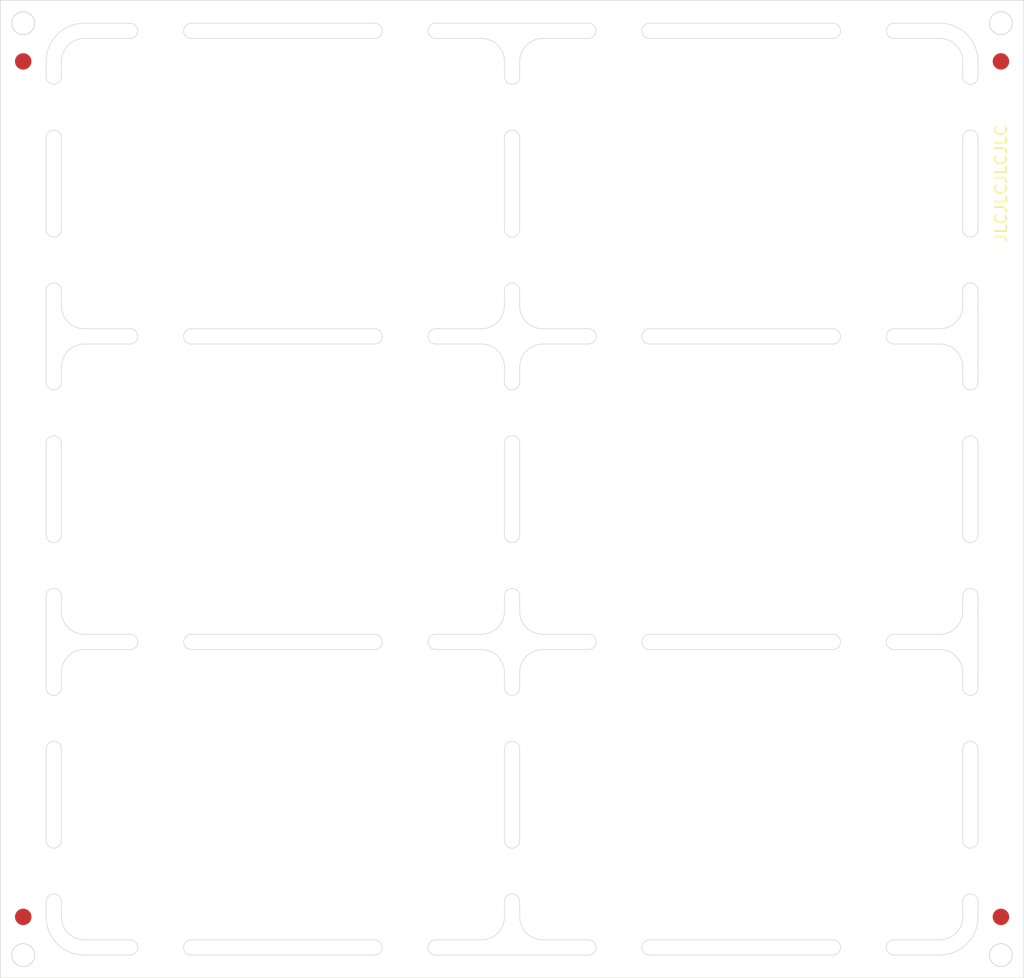
<source format=kicad_pcb>
(kicad_pcb (version 20210228) (generator pcbnew)
  (layers (0 "F.Cu" signal) (31 "B.Cu" signal) (34 "B.Paste" user) (35 "F.Paste" user) (36 "B.SilkS" user "B.Silkscreen") (37 "F.SilkS" user "F.Silkscreen") (38 "B.Mask" user) (39 "F.Mask" user) (44 "Edge.Cuts" user))
  (net 0 "")
  (footprint "" (layer "F.Cu") (at 105.41 165.862 90)
    (fp_text reference "")
    (fp_text value "")
  )
  (footprint "" (layer "F.Cu") (at 105.41 63.246 90)
    (fp_text reference "")
    (fp_text value "")
  )
  (footprint "" (layer "F.Cu") (at 46.228 76.2)
    (fp_text reference "")
    (fp_text value "")
  )
  (footprint "" (layer "F.Cu") (at 29.21 90.678 90)
    (fp_text reference "")
    (fp_text value "")
  )
  (footprint "CustomFootprints:0.8mm-Drill" (layer "F.Cu") (at 26.67 68.326 90)
    (fp_text reference "REF**" hide)
    (fp_text value "0.8mm-Drill" hide)
  )
  (footprint "" (layer "F.Cu") (at 29.21 113.03 90)
    (fp_text reference "")
    (fp_text value "")
  )
  (footprint "" (layer "F.Cu") (at 162.052 127)
    (fp_text reference "")
    (fp_text value "")
  )
  (footprint "" (layer "F.Cu") (at 164.084 76.2)
    (fp_text reference "")
    (fp_text value "")
  )
  (footprint "" (layer "F.Cu") (at 102.87 165.862 90)
    (fp_text reference "")
    (fp_text value "")
  )
  (footprint "" (layer "F.Cu") (at 120.396 177.8)
    (fp_text reference "")
    (fp_text value "")
  )
  (footprint "" (layer "F.Cu") (at 161.036 25.4)
    (fp_text reference "")
    (fp_text value "")
  )
  (footprint "CustomFootprints:0.8mm-Drill" (layer "F.Cu") (at 160.02 27.94)
    (fp_text reference "REF**" hide)
    (fp_text value "0.8mm-Drill" hide)
  )
  (footprint "" (layer "F.Cu") (at 102.87 166.878 90)
    (fp_text reference "")
    (fp_text value "")
  )
  (footprint "" (layer "F.Cu") (at 105.41 36.83 90)
    (fp_text reference "")
    (fp_text value "")
  )
  (footprint "" (layer "F.Cu") (at 124.46 127)
    (fp_text reference "")
    (fp_text value "")
  )
  (footprint "" (layer "F.Cu") (at 181.61 166.878 90)
    (fp_text reference "")
    (fp_text value "")
  )
  (footprint "" (layer "F.Cu") (at 164.084 127)
    (fp_text reference "")
    (fp_text value "")
  )
  (footprint "" (layer "F.Cu") (at 47.244 127)
    (fp_text reference "")
    (fp_text value "")
  )
  (footprint "" (layer "F.Cu") (at 120.396 180.34)
    (fp_text reference "")
    (fp_text value "")
  )
  (footprint "" (layer "F.Cu") (at 102.87 162.814 90)
    (fp_text reference "")
    (fp_text value "")
  )
  (footprint "" (layer "F.Cu") (at 48.26 129.54)
    (fp_text reference "")
    (fp_text value "")
  )
  (footprint "" (layer "F.Cu") (at 181.61 138.43 90)
    (fp_text reference "")
    (fp_text value "")
  )
  (footprint "" (layer "F.Cu") (at 102.87 163.83 90)
    (fp_text reference "")
    (fp_text value "")
  )
  (footprint "CustomFootprints:0.8mm-Drill" (layer "F.Cu") (at 181.61 92.71 90)
    (fp_text reference "REF**" hide)
    (fp_text value "0.8mm-Drill" hide)
  )
  (footprint "" (layer "F.Cu") (at 84.836 76.2)
    (fp_text reference "")
    (fp_text value "")
  )
  (footprint "" (layer "F.Cu") (at 84.836 129.54)
    (fp_text reference "")
    (fp_text value "")
  )
  (footprint "CustomFootprints:0.8mm-Drill" (layer "F.Cu") (at 83.82 27.94)
    (fp_text reference "REF**" hide)
    (fp_text value "0.8mm-Drill" hide)
  )
  (footprint "" (layer "F.Cu") (at 166.116 25.4)
    (fp_text reference "")
    (fp_text value "")
  )
  (footprint "" (layer "F.Cu") (at 120.396 127)
    (fp_text reference "")
    (fp_text value "")
  )
  (footprint "" (layer "F.Cu") (at 123.444 76.2)
    (fp_text reference "")
    (fp_text value "")
  )
  (footprint "" (layer "F.Cu") (at 26.67 164.846 90)
    (fp_text reference "")
    (fp_text value "")
  )
  (footprint "" (layer "F.Cu") (at 166.116 129.54)
    (fp_text reference "")
    (fp_text value "")
  )
  (footprint "" (layer "F.Cu") (at 179.07 91.694 90)
    (fp_text reference "")
    (fp_text value "")
  )
  (footprint "CustomFootprints:0.8mm-Drill" (layer "F.Cu") (at 118.364 177.8)
    (fp_text reference "REF**" hide)
    (fp_text value "0.8mm-Drill" hide)
  )
  (footprint "" (layer "F.Cu") (at 179.07 86.614 90)
    (fp_text reference "")
    (fp_text value "")
  )
  (footprint "" (layer "F.Cu") (at 161.036 27.94)
    (fp_text reference "")
    (fp_text value "")
  )
  (footprint "" (layer "F.Cu") (at 121.412 180.34)
    (fp_text reference "")
    (fp_text value "")
  )
  (footprint "" (layer "F.Cu") (at 48.26 127)
    (fp_text reference "")
    (fp_text value "")
  )
  (footprint "" (layer "F.Cu") (at 29.21 138.43 90)
    (fp_text reference "")
    (fp_text value "")
  )
  (footprint "" (layer "F.Cu") (at 124.46 177.8)
    (fp_text reference "")
    (fp_text value "")
  )
  (footprint "" (layer "F.Cu") (at 102.87 142.494 90)
    (fp_text reference "")
    (fp_text value "")
  )
  (footprint "" (layer "F.Cu") (at 47.244 25.4)
    (fp_text reference "")
    (fp_text value "")
  )
  (footprint "CustomFootprints:0.8mm-Drill" (layer "F.Cu") (at 105.41 169.926 90)
    (fp_text reference "REF**" hide)
    (fp_text value "0.8mm-Drill" hide)
  )
  (footprint "" (layer "F.Cu") (at 179.07 140.462 90)
    (fp_text reference "")
    (fp_text value "")
  )
  (footprint "" (layer "F.Cu") (at 105.41 113.03 90)
    (fp_text reference "")
    (fp_text value "")
  )
  (footprint "" (layer "F.Cu") (at 181.61 164.846 90)
    (fp_text reference "")
    (fp_text value "")
  )
  (footprint "" (layer "F.Cu") (at 105.41 89.662 90)
    (fp_text reference "")
    (fp_text value "")
  )
  (footprint "" (layer "F.Cu") (at 47.244 129.54)
    (fp_text reference "")
    (fp_text value "")
  )
  (footprint "CustomFootprints:0.8mm-Drill" (layer "F.Cu") (at 118.364 127)
    (fp_text reference "REF**" hide)
    (fp_text value "0.8mm-Drill" hide)
  )
  (footprint "" (layer "F.Cu") (at 29.21 63.246 90)
    (fp_text reference "")
    (fp_text value "")
  )
  (footprint "" (layer "F.Cu") (at 102.87 137.414 90)
    (fp_text reference "")
    (fp_text value "")
  )
  (footprint "" (layer "F.Cu") (at 29.21 64.262 90)
    (fp_text reference "")
    (fp_text value "")
  )
  (footprint "CustomFootprints:0.8mm-Drill" (layer "F.Cu") (at 118.364 27.94)
    (fp_text reference "REF**" hide)
    (fp_text value "0.8mm-Drill" hide)
  )
  (footprint "" (layer "F.Cu") (at 179.07 90.678 90)
    (fp_text reference "")
    (fp_text value "")
  )
  (footprint "" (layer "F.Cu") (at 179.07 40.894 90)
    (fp_text reference "")
    (fp_text value "")
  )
  (footprint "CustomFootprints:0.8mm-Drill" (layer "F.Cu") (at 159.004 76.2)
    (fp_text reference "REF**" hide)
    (fp_text value "0.8mm-Drill" hide)
  )
  (footprint "CustomFootprints:0.8mm-Drill" (layer "F.Cu") (at 160.02 78.74)
    (fp_text reference "REF**" hide)
    (fp_text value "0.8mm-Drill" hide)
  )
  (footprint "" (layer "F.Cu") (at 163.068 27.94)
    (fp_text reference "")
    (fp_text value "")
  )
  (footprint "" (layer "F.Cu") (at 105.41 65.278 90)
    (fp_text reference "")
    (fp_text value "")
  )
  (footprint "" (layer "F.Cu") (at 179.07 114.046 90)
    (fp_text reference "")
    (fp_text value "")
  )
  (footprint "CustomFootprints:0.8mm-Drill" (layer "F.Cu") (at 29.21 41.91 90)
    (fp_text reference "REF**" hide)
    (fp_text value "0.8mm-Drill" hide)
  )
  (footprint "" (layer "F.Cu") (at 44.196 27.94)
    (fp_text reference "")
    (fp_text value "")
  )
  (footprint "" (layer "F.Cu") (at 181.61 86.614 90)
    (fp_text reference "")
    (fp_text value "")
  )
  (footprint "" (layer "F.Cu") (at 122.428 180.34)
    (fp_text reference "")
    (fp_text value "")
  )
  (footprint "CustomFootprints:0.8mm-Drill" (layer "F.Cu") (at 83.82 180.34)
    (fp_text reference "REF**" hide)
    (fp_text value "0.8mm-Drill" hide)
  )
  (footprint "" (layer "F.Cu") (at 179.07 116.078 90)
    (fp_text reference "")
    (fp_text value "")
  )
  (footprint "" (layer "F.Cu") (at 47.244 78.74)
    (fp_text reference "")
    (fp_text value "")
  )
  (footprint "" (layer "F.Cu") (at 165.1 129.54)
    (fp_text reference "")
    (fp_text value "")
  )
  (footprint "" (layer "F.Cu") (at 49.276 180.34)
    (fp_text reference "")
    (fp_text value "")
  )
  (footprint "" (layer "F.Cu") (at 29.21 62.23 90)
    (fp_text reference "")
    (fp_text value "")
  )
  (footprint "" (layer "F.Cu") (at 181.61 63.246 90)
    (fp_text reference "")
    (fp_text value "")
  )
  (footprint "" (layer "F.Cu") (at 105.41 114.046 90)
    (fp_text reference "")
    (fp_text value "")
  )
  (footprint "" (layer "F.Cu") (at 179.07 38.862 90)
    (fp_text reference "")
    (fp_text value "")
  )
  (footprint "" (layer "F.Cu") (at 85.852 78.74)
    (fp_text reference "")
    (fp_text value "")
  )
  (footprint "" (layer "F.Cu") (at 26.67 86.614 90)
    (fp_text reference "")
    (fp_text value "")
  )
  (footprint "CustomFootprints:0.8mm-Drill" (layer "F.Cu") (at 102.87 67.31 90)
    (fp_text reference "REF**" hide)
    (fp_text value "0.8mm-Drill" hide)
  )
  (footprint "CustomFootprints:0.8mm-Drill" (layer "F.Cu") (at 82.804 27.94)
    (fp_text reference "REF**" hide)
    (fp_text value "0.8mm-Drill" hide)
  )
  (footprint "" (layer "F.Cu") (at 181.61 163.83 90)
    (fp_text reference "")
    (fp_text value "")
  )
  (footprint "" (layer "F.Cu") (at 29.21 86.614 90)
    (fp_text reference "")
    (fp_text value "")
  )
  (footprint "" (layer "F.Cu") (at 165.1 180.34)
    (fp_text reference "")
    (fp_text value "")
  )
  (footprint "" (layer "F.Cu") (at 29.21 35.814 90)
    (fp_text reference "")
    (fp_text value "")
  )
  (footprint "CustomFootprints:0.8mm-Drill" (layer "F.Cu") (at 26.67 42.926 90)
    (fp_text reference "REF**" hide)
    (fp_text value "0.8mm-Drill" hide)
  )
  (footprint "CustomFootprints:0.8mm-Drill" (layer "F.Cu") (at 181.61 169.926 90)
    (fp_text reference "REF**" hide)
    (fp_text value "0.8mm-Drill" hide)
  )
  (footprint "" (layer "F.Cu") (at 179.07 89.662 90)
    (fp_text reference "")
    (fp_text value "")
  )
  (footprint "" (layer "F.Cu") (at 179.07 61.214 90)
    (fp_text reference "")
    (fp_text value "")
  )
  (footprint "" (layer "F.Cu") (at 181.61 61.214 90)
    (fp_text reference "")
    (fp_text value "")
  )
  (footprint "" (layer "F.Cu") (at 165.1 27.94)
    (fp_text reference "")
    (fp_text value "")
  )
  (footprint "" (layer "F.Cu") (at 105.41 35.814 90)
    (fp_text reference "")
    (fp_text value "")
  )
  (footprint "" (layer "F.Cu") (at 124.46 27.94)
    (fp_text reference "")
    (fp_text value "")
  )
  (footprint "" (layer "F.Cu") (at 179.07 162.814 90)
    (fp_text reference "")
    (fp_text value "")
  )
  (footprint "" (layer "F.Cu") (at 181.61 66.294 90)
    (fp_text reference "")
    (fp_text value "")
  )
  (footprint "CustomFootprints:0.8mm-Drill" (layer "F.Cu") (at 181.61 41.91 90)
    (fp_text reference "REF**" hide)
    (fp_text value "0.8mm-Drill" hide)
  )
  (footprint "" (layer "F.Cu") (at 105.41 115.062 90)
    (fp_text reference "")
    (fp_text value "")
  )
  (footprint "" (layer "F.Cu") (at 122.428 25.4)
    (fp_text reference "")
    (fp_text value "")
  )
  (footprint "CustomFootprints:0.8mm-Drill" (layer "F.Cu") (at 26.67 144.526 90)
    (fp_text reference "REF**" hide)
    (fp_text value "0.8mm-Drill" hide)
  )
  (footprint "" (layer "F.Cu") (at 102.87 116.078 90)
    (fp_text reference "")
    (fp_text value "")
  )
  (footprint "" (layer "F.Cu") (at 26.67 165.862 90)
    (fp_text reference "")
    (fp_text value "")
  )
  (footprint "CustomFootprints:0.8mm-Drill" (layer "F.Cu") (at 179.07 41.91 90)
    (fp_text reference "REF**" hide)
    (fp_text value "0.8mm-Drill" hide)
  )
  (footprint "CustomFootprints:0.8mm-Drill" (layer "F.Cu") (at 179.07 118.11 90)
    (fp_text reference "REF**" hide)
    (fp_text value "0.8mm-Drill" hide)
  )
  (footprint "" (layer "F.Cu") (at 123.444 129.54)
    (fp_text reference "")
    (fp_text value "")
  )
  (footprint "" (layer "F.Cu") (at 181.61 90.678 90)
    (fp_text reference "")
    (fp_text value "")
  )
  (footprint "CustomFootprints:0.8mm-Drill" (layer "F.Cu") (at 29.21 119.126 90)
    (fp_text reference "REF**" hide)
    (fp_text value "0.8mm-Drill" hide)
  )
  (footprint "" (layer "F.Cu") (at 102.87 65.278 90)
    (fp_text reference "")
    (fp_text value "")
  )
  (footprint "" (layer "F.Cu") (at 47.244 27.94)
    (fp_text reference "")
    (fp_text value "")
  )
  (footprint "" (layer "F.Cu") (at 124.46 25.4)
    (fp_text reference "")
    (fp_text value "")
  )
  (footprint "" (layer "F.Cu") (at 123.444 177.8)
    (fp_text reference "")
    (fp_text value "")
  )
  (footprint "CustomFootprints:0.8mm-Drill" (layer "F.Cu") (at 159.004 25.4)
    (fp_text reference "REF**" hide)
    (fp_text value "0.8mm-Drill" hide)
  )
  (footprint "CustomFootprints:0.8mm-Drill" (layer "F.Cu") (at 160.02 180.34)
    (fp_text reference "REF**" hide)
    (fp_text value "0.8mm-Drill" hide)
  )
  (footprint "" (layer "F.Cu") (at 49.276 129.54)
    (fp_text reference "")
    (fp_text value "")
  )
  (footprint "CustomFootprints:0.8mm-Drill" (layer "F.Cu") (at 26.67 67.31 90)
    (fp_text reference "REF**" hide)
    (fp_text value "0.8mm-Drill" hide)
  )
  (footprint "" (layer "F.Cu") (at 179.07 35.814 90)
    (fp_text reference "")
    (fp_text value "")
  )
  (footprint "" (layer "F.Cu") (at 105.41 116.078 90)
    (fp_text reference "")
    (fp_text value "")
  )
  (footprint "CustomFootprints:0.8mm-Drill" (layer "F.Cu") (at 82.804 25.4)
    (fp_text reference "REF**" hide)
    (fp_text value "0.8mm-Drill" hide)
  )
  (footprint "" (layer "F.Cu") (at 105.41 139.446 90)
    (fp_text reference "")
    (fp_text value "")
  )
  (footprint "CustomFootprints:0.8mm-Drill" (layer "F.Cu") (at 105.41 143.51 90)
    (fp_text reference "REF**" hide)
    (fp_text value "0.8mm-Drill" hide)
  )
  (footprint "" (layer "F.Cu") (at 26.67 113.03 90)
    (fp_text reference "")
    (fp_text value "")
  )
  (footprint "" (layer "F.Cu") (at 162.052 180.34)
    (fp_text reference "")
    (fp_text value "")
  )
  (footprint "" (layer "F.Cu") (at 105.41 117.094 90)
    (fp_text reference "")
    (fp_text value "")
  )
  (footprint "CustomFootprints:0.8mm-Drill" (layer "F.Cu") (at 29.21 92.71 90)
    (fp_text reference "REF**" hide)
    (fp_text value "0.8mm-Drill" hide)
  )
  (footprint "CustomFootprints:0.8mm-Drill" (layer "F.Cu") (at 26.67 92.71 90)
    (fp_text reference "REF**" hide)
    (fp_text value "0.8mm-Drill" hide)
  )
  (footprint "" (layer "F.Cu") (at 161.036 180.34)
    (fp_text reference "")
    (fp_text value "")
  )
  (footprint "" (layer "F.Cu") (at 181.61 165.862 90)
    (fp_text reference "")
    (fp_text value "")
  )
  (footprint "" (layer "F.Cu") (at 46.228 25.4)
    (fp_text reference "")
    (fp_text value "")
  )
  (footprint "CustomFootprints:0.8mm-Drill" (layer "F.Cu") (at 118.364 78.74)
    (fp_text reference "REF**" hide)
    (fp_text value "0.8mm-Drill" hide)
  )
  (footprint "" (layer "F.Cu") (at 89.916 27.94)
    (fp_text reference "")
    (fp_text value "")
  )
  (footprint "" (layer "F.Cu") (at 29.21 66.294 90)
    (fp_text reference "")
    (fp_text value "")
  )
  (footprint "" (layer "F.Cu") (at 29.21 117.094 90)
    (fp_text reference "")
    (fp_text value "")
  )
  (footprint "" (layer "F.Cu") (at 125.476 25.4)
    (fp_text reference "")
    (fp_text value "")
  )
  (footprint "" (layer "F.Cu") (at 125.476 177.8)
    (fp_text reference "")
    (fp_text value "")
  )
  (footprint "CustomFootprints:0.8mm-Drill" (layer "F.Cu") (at 26.67 168.91 90)
    (fp_text reference "REF**" hide)
    (fp_text value "0.8mm-Drill" hide)
  )
  (footprint "" (layer "F.Cu") (at 29.21 137.414 90)
    (fp_text reference "")
    (fp_text value "")
  )
  (footprint "CustomFootprints:0.8mm-Drill" (layer "F.Cu") (at 102.87 143.51 90)
    (fp_text reference "REF**" hide)
    (fp_text value "0.8mm-Drill" hide)
  )
  (footprint "" (layer "F.Cu") (at 179.07 142.494 90)
    (fp_text reference "")
    (fp_text value "")
  )
  (footprint "" (layer "F.Cu") (at 102.87 139.446 90)
    (fp_text reference "")
    (fp_text value "")
  )
  (footprint "" (layer "F.Cu") (at 45.212 127)
    (fp_text reference "")
    (fp_text value "")
  )
  (footprint "" (layer "F.Cu") (at 87.884 127)
    (fp_text reference "")
    (fp_text value "")
  )
  (footprint "CustomFootprints:0.8mm-Drill" (layer "F.Cu") (at 181.61 42.926 90)
    (fp_text reference "REF**" hide)
    (fp_text value "0.8mm-Drill" hide)
  )
  (footprint "" (layer "F.Cu") (at 166.116 127)
    (fp_text reference "")
    (fp_text value "")
  )
  (footprint "CustomFootprints:0.8mm-Drill" (layer "F.Cu") (at 102.87 92.71 90)
    (fp_text reference "REF**" hide)
    (fp_text value "0.8mm-Drill" hide)
  )
  (footprint "" (layer "F.Cu") (at 29.21 140.462 90)
    (fp_text reference "")
    (fp_text value "")
  )
  (footprint "" (layer "F.Cu") (at 45.212 78.74)
    (fp_text reference "")
    (fp_text value "")
  )
  (footprint "CustomFootprints:0.8mm-Drill" (layer "F.Cu") (at 181.61 118.11 90)
    (fp_text reference "REF**" hide)
    (fp_text value "0.8mm-Drill" hide)
  )
  (footprint "" (layer "F.Cu") (at 179.07 139.446 90)
    (fp_text reference "")
    (fp_text value "")
  )
  (footprint "" (layer "F.Cu") (at 88.9 76.2)
    (fp_text reference "")
    (fp_text value "")
  )
  (footprint "" (layer "F.Cu") (at 181.61 35.814 90)
    (fp_text reference "")
    (fp_text value "")
  )
  (footprint "" (layer "F.Cu") (at 179.07 66.294 90)
    (fp_text reference "")
    (fp_text value "")
  )
  (footprint "" (layer "F.Cu") (at 181.61 36.83 90)
    (fp_text reference "")
    (fp_text value "")
  )
  (footprint "" (layer "F.Cu") (at 87.884 177.8)
    (fp_text reference "")
    (fp_text value "")
  )
  (footprint "" (layer "F.Cu") (at 29.21 166.878 90)
    (fp_text reference "")
    (fp_text value "")
  )
  (footprint "" (layer "F.Cu") (at 29.21 91.694 90)
    (fp_text reference "")
    (fp_text value "")
  )
  (footprint "" (layer "F.Cu") (at 88.9 127)
    (fp_text reference "")
    (fp_text value "")
  )
  (footprint "" (layer "F.Cu") (at 105.41 64.262 90)
    (fp_text reference "")
    (fp_text value "")
  )
  (footprint "CustomFootprints:0.8mm-Drill" (layer "F.Cu") (at 26.67 41.91 90)
    (fp_text reference "REF**" hide)
    (fp_text value "0.8mm-Drill" hide)
  )
  (footprint "CustomFootprints:0.8mm-Drill" (layer "F.Cu") (at 160.02 177.8)
    (fp_text reference "REF**" hide)
    (fp_text value "0.8mm-Drill" hide)
  )
  (footprint "" (layer "F.Cu") (at 26.67 91.694 90)
    (fp_text reference "")
    (fp_text value "")
  )
  (footprint "CustomFootprints:0.8mm-Drill" (layer "F.Cu") (at 83.82 76.2)
    (fp_text reference "REF**" hide)
    (fp_text value "0.8mm-Drill" hide)
  )
  (footprint "" (layer "F.Cu") (at 105.41 138.43 90)
    (fp_text reference "")
    (fp_text value "")
  )
  (footprint "" (layer "F.Cu") (at 166.116 180.34)
    (fp_text reference "")
    (fp_text value "")
  )
  (footprint "" (layer "F.Cu") (at 48.26 180.34)
    (fp_text reference "")
    (fp_text value "")
  )
  (footprint "" (layer "F.Cu") (at 179.07 36.83 90)
    (fp_text reference "")
    (fp_text value "")
  )
  (footprint "CustomFootprints:0.8mm-Drill" (layer "F.Cu") (at 82.804 177.8)
    (fp_text reference "REF**" hide)
    (fp_text value "0.8mm-Drill" hide)
  )
  (footprint "" (layer "F.Cu") (at 181.61 116.078 90)
    (fp_text reference "")
    (fp_text value "")
  )
  (footprint "" (layer "F.Cu") (at 163.068 78.74)
    (fp_text reference "")
    (fp_text value "")
  )
  (footprint "" (layer "F.Cu") (at 88.9 27.94)
    (fp_text reference "")
    (fp_text value "")
  )
  (footprint "" (layer "F.Cu") (at 123.444 180.34)
    (fp_text reference "")
    (fp_text value "")
  )
  (footprint "CustomFootprints:0.8mm-Drill" (layer "F.Cu") (at 105.41 67.31 90)
    (fp_text reference "REF**" hide)
    (fp_text value "0.8mm-Drill" hide)
  )
  (footprint "" (layer "F.Cu") (at 181.61 65.278 90)
    (fp_text reference "")
    (fp_text value "")
  )
  (footprint "" (layer "F.Cu") (at 162.052 129.54)
    (fp_text reference "")
    (fp_text value "")
  )
  (footprint "" (layer "F.Cu") (at 44.196 129.54)
    (fp_text reference "")
    (fp_text value "")
  )
  (footprint "" (layer "F.Cu") (at 162.052 25.4)
    (fp_text reference "")
    (fp_text value "")
  )
  (footprint "" (layer "F.Cu") (at 102.87 63.246 90)
    (fp_text reference "")
    (fp_text value "")
  )
  (footprint "" (layer "F.Cu") (at 87.884 78.74)
    (fp_text reference "")
    (fp_text value "")
  )
  (footprint "" (layer "F.Cu") (at 181.61 112.014 90)
    (fp_text reference "")
    (fp_text value "")
  )
  (footprint "" (layer "F.Cu") (at 125.476 127)
    (fp_text reference "")
    (fp_text value "")
  )
  (footprint "CustomFootprints:0.8mm-Drill" (layer "F.Cu") (at 119.38 129.54)
    (fp_text reference "REF**" hide)
    (fp_text value "0.8mm-Drill" hide)
  )
  (footprint "CustomFootprints:0.8mm-Drill" (layer "F.Cu") (at 83.82 177.8)
    (fp_text reference "REF**" hide)
    (fp_text value "0.8mm-Drill" hide)
  )
  (footprint "" (layer "F.Cu") (at 47.244 180.34)
    (fp_text reference "")
    (fp_text value "")
  )
  (footprint "" (layer "F.Cu") (at 102.87 40.894 90)
    (fp_text reference "")
    (fp_text value "")
  )
  (footprint "" (layer "F.Cu") (at 87.884 76.2)
    (fp_text reference "")
    (fp_text value "")
  )
  (footprint "" (layer "F.Cu") (at 26.67 66.294 90)
    (fp_text reference "")
    (fp_text value "")
  )
  (footprint "" (layer "F.Cu") (at 102.87 38.862 90)
    (fp_text reference "")
    (fp_text value "")
  )
  (footprint "CustomFootprints:0.8mm-Drill" (layer "F.Cu") (at 179.07 119.126 90)
    (fp_text reference "REF**" hide)
    (fp_text value "0.8mm-Drill" hide)
  )
  (footprint "" (layer "F.Cu") (at 105.41 167.894 90)
    (fp_text reference "")
    (fp_text value "")
  )
  (footprint "" (layer "F.Cu") (at 162.052 76.2)
    (fp_text reference "")
    (fp_text value "")
  )
  (footprint "" (layer "F.Cu") (at 164.084 78.74)
    (fp_text reference "")
    (fp_text value "")
  )
  (footprint "CustomFootprints:0.8mm-Drill" (layer "F.Cu") (at 29.21 144.526 90)
    (fp_text reference "REF**" hide)
    (fp_text value "0.8mm-Drill" hide)
  )
  (footprint "CustomFootprints:0.8mm-Drill" (layer "F.Cu") (at 181.61 168.91 90)
    (fp_text reference "REF**" hide)
    (fp_text value "0.8mm-Drill" hide)
  )
  (footprint "" (layer "F.Cu") (at 179.07 65.278 90)
    (fp_text reference "")
    (fp_text value "")
  )
  (footprint "" (layer "F.Cu") (at 29.21 89.662 90)
    (fp_text reference "")
    (fp_text value "")
  )
  (footprint "" (layer "F.Cu") (at 86.868 25.4)
    (fp_text reference "")
    (fp_text value "")
  )
  (footprint "CustomFootprints:0.8mm-Drill" (layer "F.Cu") (at 42.164 180.34)
    (fp_text reference "REF**" hide)
    (fp_text value "0.8mm-Drill" hide)
  )
  (footprint "CustomFootprints:0.8mm-Drill" (layer "F.Cu") (at 179.07 93.726 90)
    (fp_text reference "REF**" hide)
    (fp_text value "0.8mm-Drill" hide)
  )
  (footprint "CustomFootprints:0.8mm-Drill" (layer "F.Cu") (at 102.87 93.726 90)
    (fp_text reference "REF**" hide)
    (fp_text value "0.8mm-Drill" hide)
  )
  (footprint "" (layer "F.Cu") (at 181.61 64.262 90)
    (fp_text reference "")
    (fp_text value "")
  )
  (footprint "" (layer "F.Cu") (at 49.276 27.94)
    (fp_text reference "")
    (fp_text value "")
  )
  (footprint "CustomFootprints:0.8mm-Drill" (layer "F.Cu") (at 29.21 67.31 90)
    (fp_text reference "REF**" hide)
    (fp_text value "0.8mm-Drill" hide)
  )
  (footprint "CustomFootprints:0.8mm-Drill" (layer "F.Cu") (at 118.364 76.2)
    (fp_text reference "REF**" hide)
    (fp_text value "0.8mm-Drill" hide)
  )
  (footprint "" (layer "F.Cu") (at 181.61 117.094 90)
    (fp_text reference "")
    (fp_text value "")
  )
  (footprint "" (layer "F.Cu") (at 162.052 27.94)
    (fp_text reference "")
    (fp_text value "")
  )
  (footprint "" (layer "F.Cu") (at 163.068 25.4)
    (fp_text reference "")
    (fp_text value "")
  )
  (footprint "" (layer "F.Cu") (at 29.21 37.846 90)
    (fp_text reference "")
    (fp_text value "")
  )
  (footprint "CustomFootprints:0.8mm-Drill" (layer "F.Cu") (at 160.02 129.54)
    (fp_text reference "REF**" hide)
    (fp_text value "0.8mm-Drill" hide)
  )
  (footprint "" (layer "F.Cu") (at 29.21 114.046 90)
    (fp_text reference "")
    (fp_text value "")
  )
  (footprint "" (layer "F.Cu") (at 166.116 177.8)
    (fp_text reference "")
    (fp_text value "")
  )
  (footprint "" (layer "F.Cu") (at 125.476 76.2)
    (fp_text reference "")
    (fp_text value "")
  )
  (footprint "" (layer "F.Cu") (at 29.21 141.478 90)
    (fp_text reference "")
    (fp_text value "")
  )
  (footprint "" (layer "F.Cu") (at 26.67 115.062 90)
    (fp_text reference "")
    (fp_text value "")
  )
  (footprint "CustomFootprints:0.8mm-Drill" (layer "F.Cu") (at 26.67 118.11 90)
    (fp_text reference "REF**" hide)
    (fp_text value "0.8mm-Drill" hide)
  )
  (footprint "CustomFootprints:0.8mm-Drill" (layer "F.Cu") (at 83.82 129.54)
    (fp_text reference "REF**" hide)
    (fp_text value "0.8mm-Drill" hide)
  )
  (footprint "" (layer "F.Cu") (at 179.07 64.262 90)
    (fp_text reference "")
    (fp_text value "")
  )
  (footprint "" (layer "F.Cu") (at 102.87 86.614 90)
    (fp_text reference "")
    (fp_text value "")
  )
  (footprint "CustomFootprints:0.8mm-Drill" (layer "F.Cu") (at 105.41 68.326 90)
    (fp_text reference "REF**" hide)
    (fp_text value "0.8mm-Drill" hide)
  )
  (footprint "CustomFootprints:0.8mm-Drill" (layer "F.Cu") (at 179.07 169.926 90)
    (fp_text reference "REF**" hide)
    (fp_text value "0.8mm-Drill" hide)
  )
  (footprint "" (layer "F.Cu") (at 85.852 27.94)
    (fp_text reference "")
    (fp_text value "")
  )
  (footprint "" (layer "F.Cu") (at 45.212 27.94)
    (fp_text reference "")
    (fp_text value "")
  )
  (footprint "CustomFootprints:0.8mm-Drill" (layer "F.Cu") (at 179.07 144.526 90)
    (fp_text reference "REF**" hide)
    (fp_text value "0.8mm-Drill" hide)
  )
  (footprint "" (layer "F.Cu") (at 26.67 112.014 90)
    (fp_text reference "")
    (fp_text value "")
  )
  (footprint "" (layer "F.Cu") (at 29.21 39.878 90)
    (fp_text reference "")
    (fp_text value "")
  )
  (footprint "" (layer "F.Cu") (at 84.836 180.34)
    (fp_text reference "")
    (fp_text value "")
  )
  (footprint "" (layer "F.Cu") (at 26.67 167.894 90)
    (fp_text reference "")
    (fp_text value "")
  )
  (footprint "CustomFootprints:0.8mm-Drill" (layer "F.Cu") (at 119.38 177.8)
    (fp_text reference "REF**" hide)
    (fp_text value "0.8mm-Drill" hide)
  )
  (footprint "" (layer "F.Cu") (at 181.61 115.062 90)
    (fp_text reference "")
    (fp_text value "")
  )
  (footprint "CustomFootprints:0.8mm-Drill" (layer "F.Cu") (at 83.82 25.4)
    (fp_text reference "REF**" hide)
    (fp_text value "0.8mm-Drill" hide)
  )
  (footprint "" (layer "F.Cu") (at 102.87 36.83 90)
    (fp_text reference "")
    (fp_text value "")
  )
  (footprint "" (layer "F.Cu") (at 179.07 137.414 90)
    (fp_text reference "")
    (fp_text value "")
  )
  (footprint "" (layer "F.Cu") (at 26.67 87.63 90)
    (fp_text reference "")
    (fp_text value "")
  )
  (footprint "" (layer "F.Cu") (at 26.67 63.246 90)
    (fp_text reference "")
    (fp_text value "")
  )
  (footprint "" (layer "F.Cu") (at 87.884 129.54)
    (fp_text reference "")
    (fp_text value "")
  )
  (footprint "CustomFootprints:0.8mm-Drill" (layer "F.Cu") (at 105.41 118.11 90)
    (fp_text reference "REF**" hide)
    (fp_text value "0.8mm-Drill" hide)
  )
  (footprint "" (layer "F.Cu") (at 164.084 180.34)
    (fp_text reference "")
    (fp_text value "")
  )
  (footprint "CustomFootprints:0.8mm-Drill" (layer "F.Cu") (at 181.61 144.526 90)
    (fp_text reference "REF**" hide)
    (fp_text value "0.8mm-Drill" hide)
  )
  (footprint "" (layer "F.Cu") (at 125.476 78.74)
    (fp_text reference "")
    (fp_text value "")
  )
  (footprint "CustomFootprints:0.8mm-Drill" (layer "F.Cu") (at 29.21 168.91 90)
    (fp_text reference "REF**" hide)
    (fp_text value "0.8mm-Drill" hide)
  )
  (footprint "" (layer "F.Cu") (at 181.61 141.478 90)
    (fp_text reference "")
    (fp_text value "")
  )
  (footprint "CustomFootprints:0.8mm-Drill" (layer "F.Cu") (at 118.364 25.4)
    (fp_text reference "REF**" hide)
    (fp_text value "0.8mm-Drill" hide)
  )
  (footprint "" (layer "F.Cu") (at 163.068 127)
    (fp_text reference "")
    (fp_text value "")
  )
  (footprint "" (layer "F.Cu") (at 26.67 116.078 90)
    (fp_text reference "")
    (fp_text value "")
  )
  (footprint "" (layer "F.Cu") (at 85.852 25.4)
    (fp_text reference "")
    (fp_text value "")
  )
  (footprint "" (layer "F.Cu") (at 165.1 177.8)
    (fp_text reference "")
    (fp_text value "")
  )
  (footprint "" (layer "F.Cu") (at 105.41 37.846 90)
    (fp_text reference "")
    (fp_text value "")
  )
  (footprint "CustomFootprints:0.8mm-Drill" (layer "F.Cu") (at 102.87 168.91 90)
    (fp_text reference "REF**" hide)
    (fp_text value "0.8mm-Drill" hide)
  )
  (footprint "" (layer "F.Cu") (at 26.67 64.262 90)
    (fp_text reference "")
    (fp_text value "")
  )
  (footprint "" (layer "F.Cu") (at 179.07 37.846 90)
    (fp_text reference "")
    (fp_text value "")
  )
  (footprint "CustomFootprints:0.8mm-Drill" (layer "F.Cu") (at 43.18 78.74)
    (fp_text reference "REF**" hide)
    (fp_text value "0.8mm-Drill" hide)
  )
  (footprint "" (layer "F.Cu") (at 181.61 167.894 90)
    (fp_text reference "")
    (fp_text value "")
  )
  (footprint "" (layer "F.Cu") (at 44.196 76.2)
    (fp_text reference "")
    (fp_text value "")
  )
  (footprint "" (layer "F.Cu") (at 86.868 177.8)
    (fp_text reference "")
    (fp_text value "")
  )
  (footprint "" (layer "F.Cu") (at 120.396 25.4)
    (fp_text reference "")
    (fp_text value "")
  )
  (footprint "" (layer "F.Cu") (at 123.444 127)
    (fp_text reference "")
    (fp_text value "")
  )
  (footprint "CustomFootprints:0.8mm-Drill" (layer "F.Cu") (at 179.07 42.926 90)
    (fp_text reference "REF**" hide)
    (fp_text value "0.8mm-Drill" hide)
  )
  (footprint "" (layer "F.Cu") (at 105.41 91.694 90)
    (fp_text reference "")
    (fp_text value "")
  )
  (footprint "" (layer "F.Cu") (at 125.476 27.94)
    (fp_text reference "")
    (fp_text value "")
  )
  (footprint "" (layer "F.Cu") (at 179.07 166.878 90)
    (fp_text reference "")
    (fp_text value "")
  )
  (footprint "" (layer "F.Cu") (at 46.228 180.34)
    (fp_text reference "")
    (fp_text value "")
  )
  (footprint "" (layer "F.Cu") (at 29.21 142.494 90)
    (fp_text reference "")
    (fp_text value "")
  )
  (footprint "CustomFootprints:0.8mm-Drill" (layer "F.Cu") (at 26.67 119.126 90)
    (fp_text reference "REF**" hide)
    (fp_text value "0.8mm-Drill" hide)
  )
  (footprint "" (layer "F.Cu") (at 179.07 115.062 90)
    (fp_text reference "")
    (fp_text value "")
  )
  (footprint "" (layer "F.Cu") (at 105.41 137.414 90)
    (fp_text reference "")
    (fp_text value "")
  )
  (footprint "" (layer "F.Cu") (at 102.87 39.878 90)
    (fp_text reference "")
    (fp_text value "")
  )
  (footprint "" (layer "F.Cu") (at 102.87 35.814 90)
    (fp_text reference "")
    (fp_text value "")
  )
  (footprint "" (layer "F.Cu") (at 29.21 139.446 90)
    (fp_text reference "")
    (fp_text value "")
  )
  (footprint "" (layer "F.Cu") (at 102.87 37.846 90)
    (fp_text reference "")
    (fp_text value "")
  )
  (footprint "" (layer "F.Cu") (at 181.61 87.63 90)
    (fp_text reference "")
    (fp_text value "")
  )
  (footprint "" (layer "F.Cu") (at 46.228 177.8)
    (fp_text reference "")
    (fp_text value "")
  )
  (footprint "" (layer "F.Cu") (at 48.26 177.8)
    (fp_text reference "")
    (fp_text value "")
  )
  (footprint "" (layer "F.Cu") (at 26.67 90.678 90)
    (fp_text reference "")
    (fp_text value "")
  )
  (footprint "" (layer "F.Cu") (at 120.396 27.94)
    (fp_text reference "")
    (fp_text value "")
  )
  (footprint "" (layer "F.Cu") (at 122.428 78.74)
    (fp_text reference "")
    (fp_text value "")
  )
  (footprint "" (layer "F.Cu") (at 105.41 87.63 90)
    (fp_text reference "")
    (fp_text value "")
  )
  (footprint "CustomFootprints:0.8mm-Drill" (layer "F.Cu") (at 42.164 78.74)
    (fp_text reference "REF**" hide)
    (fp_text value "0.8mm-Drill" hide)
  )
  (footprint "CustomFootprints:0.8mm-Drill" (layer "F.Cu") (at 43.18 25.4)
    (fp_text reference "REF**" hide)
    (fp_text value "0.8mm-Drill" hide)
  )
  (footprint "" (layer "F.Cu") (at 48.26 25.4)
    (fp_text reference "")
    (fp_text value "")
  )
  (footprint "" (layer "F.Cu") (at 121.412 76.2)
    (fp_text reference "")
    (fp_text value "")
  )
  (footprint "" (layer "F.Cu") (at 26.67 37.846 90)
    (fp_text reference "")
    (fp_text value "")
  )
  (footprint "" (layer "F.Cu") (at 120.396 78.74)
    (fp_text reference "")
    (fp_text value "")
  )
  (footprint "CustomFootprints:0.8mm-Drill" (layer "F.Cu") (at 43.18 180.34)
    (fp_text reference "REF**" hide)
    (fp_text value "0.8mm-Drill" hide)
  )
  (footprint "" (layer "F.Cu") (at 26.67 39.878 90)
    (fp_text reference "")
    (fp_text value "")
  )
  (footprint "CustomFootprints:0.8mm-Drill" (layer "F.Cu") (at 159.004 78.74)
    (fp_text reference "REF**" hide)
    (fp_text value "0.8mm-Drill" hide)
  )
  (footprint "CustomFootprints:0.8mm-Drill" (layer "F.Cu") (at 159.004 180.34)
    (fp_text reference "REF**" hide)
    (fp_text value "0.8mm-Drill" hide)
  )
  (footprint "" (layer "F.Cu") (at 181.61 137.414 90)
    (fp_text reference "")
    (fp_text value "")
  )
  (footprint "" (layer "F.Cu") (at 26.67 36.83 90)
    (fp_text reference "")
    (fp_text value "")
  )
  (footprint "" (layer "F.Cu") (at 122.428 177.8)
    (fp_text reference "")
    (fp_text value "")
  )
  (footprint "" (layer "F.Cu") (at 46.228 129.54)
    (fp_text reference "")
    (fp_text value "")
  )
  (footprint "" (layer "F.Cu") (at 102.87 64.262 90)
    (fp_text reference "")
    (fp_text value "")
  )
  (footprint "" (layer "F.Cu") (at 163.068 180.34)
    (fp_text reference "")
    (fp_text value "")
  )
  (footprint "" (layer "F.Cu") (at 179.07 112.014 90)
    (fp_text reference "")
    (fp_text value "")
  )
  (footprint "CustomFootprints:0.8mm-Drill" (layer "F.Cu") (at 119.38 127)
    (fp_text reference "REF**" hide)
    (fp_text value "0.8mm-Drill" hide)
  )
  (footprint "" (layer "F.Cu") (at 45.212 25.4)
    (fp_text reference "")
    (fp_text value "")
  )
  (footprint "" (layer "F.Cu") (at 84.836 78.74)
    (fp_text reference "")
    (fp_text value "")
  )
  (footprint "" (layer "F.Cu") (at 121.412 177.8)
    (fp_text reference "")
    (fp_text value "")
  )
  (footprint "" (layer "F.Cu") (at 49.276 177.8)
    (fp_text reference "")
    (fp_text value "")
  )
  (footprint "CustomFootprints:0.8mm-Drill" (layer "F.Cu") (at 118.364 129.54)
    (fp_text reference "REF**" hide)
    (fp_text value "0.8mm-Drill" hide)
  )
  (footprint "" (layer "F.Cu") (at 179.07 113.03 90)
    (fp_text reference "")
    (fp_text value "")
  )
  (footprint "" (layer "F.Cu") (at 29.21 40.894 90)
    (fp_text reference "")
    (fp_text value "")
  )
  (footprint "" (layer "F.Cu") (at 166.116 78.74)
    (fp_text reference "")
    (fp_text value "")
  )
  (footprint "" (layer "F.Cu") (at 26.67 142.494 90)
    (fp_text reference "")
    (fp_text value "")
  )
  (footprint "" (layer "F.Cu") (at 179.07 141.478 90)
    (fp_text reference "")
    (fp_text value "")
  )
  (footprint "CustomFootprints:0.8mm-Drill" (layer "F.Cu") (at 119.38 76.2)
    (fp_text reference "REF**" hide)
    (fp_text value "0.8mm-Drill" hide)
  )
  (footprint "" (layer "F.Cu") (at 181.61 140.462 90)
    (fp_text reference "")
    (fp_text value "")
  )
  (footprint "" (layer "F.Cu") (at 85.852 129.54)
    (fp_text reference "")
    (fp_text value "")
  )
  (footprint "CustomFootprints:0.8mm-Drill" (layer "F.Cu") (at 179.07 67.31 90)
    (fp_text reference "REF**" hide)
    (fp_text value "0.8mm-Drill" hide)
  )
  (footprint "" (layer "F.Cu") (at 105.41 90.678 90)
    (fp_text reference "")
    (fp_text value "")
  )
  (footprint "" (layer "F.Cu") (at 29.21 61.214 90)
    (fp_text reference "")
    (fp_text value "")
  )
  (footprint "CustomFootprints:0.8mm-Drill" (layer "F.Cu") (at 42.164 127)
    (fp_text reference "REF**" hide)
    (fp_text value "0.8mm-Drill" hide)
  )
  (footprint "" (layer "F.Cu") (at 84.836 25.4)
    (fp_text reference "")
    (fp_text value "")
  )
  (footprint "" (layer "F.Cu") (at 29.21 65.278 90)
    (fp_text reference "")
    (fp_text value "")
  )
  (footprint "" (layer "F.Cu") (at 181.61 91.694 90)
    (fp_text reference "")
    (fp_text value "")
  )
  (footprint "" (layer "F.Cu") (at 121.412 25.4)
    (fp_text reference "")
    (fp_text value "")
  )
  (footprint "" (layer "F.Cu") (at 49.276 76.2)
    (fp_text reference "")
    (fp_text value "")
  )
  (footprint "" (layer "F.Cu") (at 102.87 117.094 90)
    (fp_text reference "")
    (fp_text value "")
  )
  (footprint "" (layer "F.Cu") (at 164.084 25.4)
    (fp_text reference "")
    (fp_text value "")
  )
  (footprint "" (layer "F.Cu") (at 29.21 115.062 90)
    (fp_text reference "")
    (fp_text value "")
  )
  (footprint "" (layer "F.Cu") (at 105.41 141.478 90)
    (fp_text reference "")
    (fp_text value "")
  )
  (footprint "" (layer "F.Cu") (at 179.07 63.246 90)
    (fp_text reference "")
    (fp_text value "")
  )
  (footprint "" (layer "F.Cu") (at 102.87 62.23 90)
    (fp_text reference "")
    (fp_text value "")
  )
  (footprint "" (layer "F.Cu") (at 161.036 129.54)
    (fp_text reference "")
    (fp_text value "")
  )
  (footprint "" (layer "F.Cu") (at 121.412 27.94)
    (fp_text reference "")
    (fp_text value "")
  )
  (footprint "" (layer "F.Cu") (at 179.07 167.894 90)
    (fp_text reference "")
    (fp_text value "")
  )
  (footprint "" (layer "F.Cu") (at 105.41 164.846 90)
    (fp_text reference "")
    (fp_text value "")
  )
  (footprint "" (layer "F.Cu") (at 26.67 163.83 90)
    (fp_text reference "")
    (fp_text value "")
  )
  (footprint "" (layer "F.Cu") (at 105.41 39.878 90)
    (fp_text reference "")
    (fp_text value "")
  )
  (footprint "CustomFootprints:0.8mm-Drill" (layer "F.Cu") (at 82.804 76.2)
    (fp_text reference "REF**" hide)
    (fp_text value "0.8mm-Drill" hide)
  )
  (footprint "CustomFootprints:0.8mm-Drill" (layer "F.Cu") (at 42.164 27.94)
    (fp_text reference "REF**" hide)
    (fp_text value "0.8mm-Drill" hide)
  )
  (footprint "" (layer "F.Cu") (at 164.084 129.54)
    (fp_text reference "")
    (fp_text value "")
  )
  (footprint "" (layer "F.Cu") (at 161.036 78.74)
    (fp_text reference "")
    (fp_text value "")
  )
  (footprint "" (layer "F.Cu") (at 122.428 76.2)
    (fp_text reference "")
    (fp_text value "")
  )
  (footprint "" (layer "F.Cu") (at 105.41 66.294 90)
    (fp_text reference "")
    (fp_text value "")
  )
  (footprint "" (layer "F.Cu") (at 44.196 78.74)
    (fp_text reference "")
    (fp_text value "")
  )
  (footprint "" (layer "F.Cu") (at 29.21 112.014 90)
    (fp_text reference "")
    (fp_text value "")
  )
  (footprint "" (layer "F.Cu") (at 44.196 180.34)
    (fp_text reference "")
    (fp_text value "")
  )
  (footprint "" (layer "F.Cu") (at 26.67 166.878 90)
    (fp_text reference "")
    (fp_text value "")
  )
  (footprint "CustomFootprints:0.8mm-Drill" (layer "F.Cu") (at 160.02 127)
    (fp_text reference "REF**" hide)
    (fp_text value "0.8mm-Drill" hide)
  )
  (footprint "" (layer "F.Cu") (at 88.9 129.54)
    (fp_text reference "")
    (fp_text value "")
  )
  (footprint "" (layer "F.Cu") (at 48.26 27.94)
    (fp_text reference "")
    (fp_text value "")
  )
  (footprint "CustomFootprints:0.8mm-Drill" (layer "F.Cu") (at 105.41 144.526 90)
    (fp_text reference "REF**" hide)
    (fp_text value "0.8mm-Drill" hide)
  )
  (footprint "" (layer "F.Cu") (at 102.87 112.014 90)
    (fp_text reference "")
    (fp_text value "")
  )
  (footprint "" (layer "F.Cu") (at 105.41 163.83 90)
    (fp_text reference "")
    (fp_text value "")
  )
  (footprint "" (layer "F.Cu") (at 181.61 142.494 90)
    (fp_text reference "")
    (fp_text value "")
  )
  (footprint "" (layer "F.Cu") (at 105.41 140.462 90)
    (fp_text reference "")
    (fp_text value "")
  )
  (footprint "" (layer "F.Cu") (at 26.67 140.462 90)
    (fp_text reference "")
    (fp_text value "")
  )
  (footprint "" (layer "F.Cu") (at 89.916 180.34)
    (fp_text reference "")
    (fp_text value "")
  )
  (footprint "CustomFootprints:0.8mm-Drill" (layer "F.Cu") (at 82.804 78.74)
    (fp_text reference "REF**" hide)
    (fp_text value "0.8mm-Drill" hide)
  )
  (footprint "CustomFootprints:0.8mm-Drill" (layer "F.Cu") (at 29.21 169.926 90)
    (fp_text reference "REF**" hide)
    (fp_text value "0.8mm-Drill" hide)
  )
  (footprint "" (layer "F.Cu") (at 124.46 78.74)
    (fp_text reference "")
    (fp_text value "")
  )
  (footprint "" (layer "F.Cu") (at 105.41 162.814 90)
    (fp_text reference "")
    (fp_text value "")
  )
  (footprint "" (layer "F.Cu") (at 122.428 127)
    (fp_text reference "")
    (fp_text value "")
  )
  (footprint "CustomFootprints:0.8mm-Drill" (layer "F.Cu") (at 29.21 68.326 90)
    (fp_text reference "REF**" hide)
    (fp_text value "0.8mm-Drill" hide)
  )
  (footprint "" (layer "F.Cu") (at 86.868 76.2)
    (fp_text reference "")
    (fp_text value "")
  )
  (footprint "" (layer "F.Cu") (at 162.052 177.8)
    (fp_text reference "")
    (fp_text value "")
  )
  (footprint "" (layer "F.Cu") (at 163.068 76.2)
    (fp_text reference "")
    (fp_text value "")
  )
  (footprint "CustomFootprints:0.8mm-Drill" (layer "F.Cu") (at 29.21 118.11 90)
    (fp_text reference "REF**" hide)
    (fp_text value "0.8mm-Drill" hide)
  )
  (footprint "" (layer "F.Cu") (at 105.41 40.894 90)
    (fp_text reference "")
    (fp_text value "")
  )
  (footprint "" (layer "F.Cu") (at 165.1 127)
    (fp_text reference "")
    (fp_text value "")
  )
  (footprint "" (layer "F.Cu") (at 161.036 177.8)
    (fp_text reference "")
    (fp_text value "")
  )
  (footprint "" (layer "F.Cu") (at 181.61 88.646 90)
    (fp_text reference "")
    (fp_text value "")
  )
  (footprint "CustomFootprints:0.8mm-Drill" (layer "F.Cu") (at 179.07 92.71 90)
    (fp_text reference "REF**" hide)
    (fp_text value "0.8mm-Drill" hide)
  )
  (footprint "" (layer "F.Cu") (at 166.116 76.2)
    (fp_text reference "")
    (fp_text value "")
  )
  (footprint "" (layer "F.Cu") (at 85.852 76.2)
    (fp_text reference "")
    (fp_text value "")
  )
  (footprint "" (layer "F.Cu") (at 89.916 78.74)
    (fp_text reference "")
    (fp_text value "")
  )
  (footprint "" (layer "F.Cu") (at 179.07 165.862 90)
    (fp_text reference "")
    (fp_text value "")
  )
  (footprint "" (layer "F.Cu") (at 44.196 25.4)
    (fp_text reference "")
    (fp_text value "")
  )
  (footprint "" (layer "F.Cu") (at 181.61 113.03 90)
    (fp_text reference "")
    (fp_text value "")
  )
  (footprint "CustomFootprints:0.8mm-Drill" (layer "F.Cu") (at 105.41 42.926 90)
    (fp_text reference "REF**" hide)
    (fp_text value "0.8mm-Drill" hide)
  )
  (footprint "" (layer "F.Cu") (at 48.26 78.74)
    (fp_text reference "")
    (fp_text value "")
  )
  (footprint "CustomFootprints:0.8mm-Drill" (layer "F.Cu") (at 119.38 25.4)
    (fp_text reference "REF**" hide)
    (fp_text value "0.8mm-Drill" hide)
  )
  (footprint "" (layer "F.Cu") (at 26.67 88.646 90)
    (fp_text reference "")
    (fp_text value "")
  )
  (footprint "" (layer "F.Cu") (at 102.87 113.03 90)
    (fp_text reference "")
    (fp_text value "")
  )
  (footprint "CustomFootprints:0.8mm-Drill" (layer "F.Cu") (at 42.164 129.54)
    (fp_text reference "REF**" hide)
    (fp_text value "0.8mm-Drill" hide)
  )
  (footprint "" (layer "F.Cu") (at 29.21 36.83 90)
    (fp_text reference "")
    (fp_text value "")
  )
  (footprint "" (layer "F.Cu") (at 166.116 27.94)
    (fp_text reference "")
    (fp_text value "")
  )
  (footprint "" (layer "F.Cu") (at 26.67 117.094 90)
    (fp_text reference "")
    (fp_text value "")
  )
  (footprint "" (layer "F.Cu") (at 46.228 78.74)
    (fp_text reference "")
    (fp_text value "")
  )
  (footprint "" (layer "F.Cu") (at 29.21 164.846 90)
    (fp_text reference "")
    (fp_text value "")
  )
  (footprint "CustomFootprints:0.8mm-Drill" (layer "F.Cu") (at 179.07 168.91 90)
    (fp_text reference "REF**" hide)
    (fp_text value "0.8mm-Drill" hide)
  )
  (footprint "CustomFootprints:0.8mm-Drill" (layer "F.Cu") (at 43.18 76.2)
    (fp_text reference "REF**" hide)
    (fp_text value "0.8mm-Drill" hide)
  )
  (footprint "" (layer "F.Cu") (at 105.41 88.646 90)
    (fp_text reference "")
    (fp_text value "")
  )
  (footprint "CustomFootprints:0.8mm-Drill" (layer "F.Cu") (at 118.364 180.34)
    (fp_text reference "REF**" hide)
    (fp_text value "0.8mm-Drill" hide)
  )
  (footprint "CustomFootprints:0.8mm-Drill" (layer "F.Cu") (at 29.21 93.726 90)
    (fp_text reference "REF**" hide)
    (fp_text value "0.8mm-Drill" hide)
  )
  (footprint "" (layer "F.Cu") (at 87.884 27.94)
    (fp_text reference "")
    (fp_text value "")
  )
  (footprint "" (layer "F.Cu") (at 88.9 78.74)
    (fp_text reference "")
    (fp_text value "")
  )
  (footprint "" (layer "F.Cu") (at 44.196 177.8)
    (fp_text reference "")
    (fp_text value "")
  )
  (footprint "" (layer "F.Cu") (at 88.9 25.4)
    (fp_text reference "")
    (fp_text value "")
  )
  (footprint "CustomFootprints:0.8mm-Drill" (layer "F.Cu") (at 26.67 169.926 90)
    (fp_text reference "REF**" hide)
    (fp_text value "0.8mm-Drill" hide)
  )
  (footprint "" (layer "F.Cu") (at 161.036 76.2)
    (fp_text reference "")
    (fp_text value "")
  )
  (footprint "" (layer "F.Cu") (at 121.412 78.74)
    (fp_text reference "")
    (fp_text value "")
  )
  (footprint "CustomFootprints:0.8mm-Drill" (layer "F.Cu") (at 105.41 92.71 90)
    (fp_text reference "REF**" hide)
    (fp_text value "0.8mm-Drill" hide)
  )
  (footprint "" (layer "F.Cu") (at 181.61 89.662 90)
    (fp_text reference "")
    (fp_text value "")
  )
  (footprint "CustomFootprints:0.8mm-Drill" (layer "F.Cu") (at 29.21 42.926 90)
    (fp_text reference "REF**" hide)
    (fp_text value "0.8mm-Drill" hide)
  )
  (footprint "CustomFootprints:0.8mm-Drill" (layer "F.Cu") (at 160.02 25.4)
    (fp_text reference "REF**" hide)
    (fp_text value "0.8mm-Drill" hide)
  )
  (footprint "" (layer "F.Cu") (at 85.852 180.34)
    (fp_text reference "")
    (fp_text value "")
  )
  (footprint "CustomFootprints:0.8mm-Drill" (layer "F.Cu") (at 105.41 93.726 90)
    (fp_text reference "REF**" hide)
    (fp_text value "0.8mm-Drill" hide)
  )
  (footprint "" (layer "F.Cu") (at 29.21 87.63 90)
    (fp_text reference "")
    (fp_text value "")
  )
  (footprint "CustomFootprints:0.8mm-Drill" (layer "F.Cu") (at 181.61 143.51 90)
    (fp_text reference "REF**" hide)
    (fp_text value "0.8mm-Drill" hide)
  )
  (footprint "" (layer "F.Cu") (at 49.276 127)
    (fp_text reference "")
    (fp_text value "")
  )
  (footprint "" (layer "F.Cu") (at 26.67 137.414 90)
    (fp_text reference "")
    (fp_text value "")
  )
  (footprint "" (layer "F.Cu") (at 165.1 25.4)
    (fp_text reference "")
    (fp_text value "")
  )
  (footprint "CustomFootprints:0.8mm-Drill" (layer "F.Cu") (at 43.18 27.94)
    (fp_text reference "REF**" hide)
    (fp_text value "0.8mm-Drill" hide)
  )
  (footprint "" (layer "F.Cu") (at 181.61 62.23 90)
    (fp_text reference "")
    (fp_text value "")
  )
  (footprint "CustomFootprints:0.8mm-Drill" (layer "F.Cu") (at 26.67 143.51 90)
    (fp_text reference "REF**" hide)
    (fp_text value "0.8mm-Drill" hide)
  )
  (footprint "" (layer "F.Cu") (at 45.212 76.2)
    (fp_text reference "")
    (fp_text value "")
  )
  (footprint "" (layer "F.Cu") (at 162.052 78.74)
    (fp_text reference "")
    (fp_text value "")
  )
  (footprint "CustomFootprints:0.8mm-Drill" (layer "F.Cu") (at 42.164 177.8)
    (fp_text reference "REF**" hide)
    (fp_text value "0.8mm-Drill" hide)
  )
  (footprint "CustomFootprints:0.8mm-Drill" (layer "F.Cu") (at 43.18 177.8)
    (fp_text reference "REF**" hide)
    (fp_text value "0.8mm-Drill" hide)
  )
  (footprint "" (layer "F.Cu") (at 26.67 162.814 90)
    (fp_text reference "")
    (fp_text value "")
  )
  (footprint "" (layer "F.Cu") (at 29.21 116.078 90)
    (fp_text reference "")
    (fp_text value "")
  )
  (footprint "" (layer "F.Cu") (at 26.67 62.23 90)
    (fp_text reference "")
    (fp_text value "")
  )
  (footprint "" (layer "F.Cu") (at 85.852 127)
    (fp_text reference "")
    (fp_text value "")
  )
  (footprint "" (layer "F.Cu") (at 48.26 76.2)
    (fp_text reference "")
    (fp_text value "")
  )
  (footprint "CustomFootprints:0.8mm-Drill" (layer "F.Cu") (at 159.004 27.94)
    (fp_text reference "REF**" hide)
    (fp_text value "0.8mm-Drill" hide)
  )
  (footprint "" (layer "F.Cu") (at 163.068 129.54)
    (fp_text reference "")
    (fp_text value "")
  )
  (footprint "" (layer "F.Cu") (at 102.87 88.646 90)
    (fp_text reference "")
    (fp_text value "")
  )
  (footprint "" (layer "F.Cu") (at 29.21 163.83 90)
    (fp_text reference "")
    (fp_text value "")
  )
  (footprint "" (layer "F.Cu") (at 181.61 38.862 90)
    (fp_text reference "")
    (fp_text value "")
  )
  (footprint "" (layer "F.Cu") (at 105.41 61.214 90)
    (fp_text reference "")
    (fp_text value "")
  )
  (footprint "" (layer "F.Cu") (at 102.87 164.846 90)
    (fp_text reference "")
    (fp_text value "")
  )
  (footprint "" (layer "F.Cu") (at 102.87 91.694 90)
    (fp_text reference "")
    (fp_text value "")
  )
  (footprint "" (layer "F.Cu") (at 181.61 37.846 90)
    (fp_text reference "")
    (fp_text value "")
  )
  (footprint "CustomFootprints:0.8mm-Drill" (layer "F.Cu") (at 102.87 169.926 90)
    (fp_text reference "REF**" hide)
    (fp_text value "0.8mm-Drill" hide)
  )
  (footprint "" (layer "F.Cu") (at 122.428 27.94)
    (fp_text reference "")
    (fp_text value "")
  )
  (footprint "" (layer "F.Cu") (at 49.276 78.74)
    (fp_text reference "")
    (fp_text value "")
  )
  (footprint "" (layer "F.Cu") (at 26.67 65.278 90)
    (fp_text reference "")
    (fp_text value "")
  )
  (footprint "" (layer "F.Cu") (at 84.836 177.8)
    (fp_text reference "")
    (fp_text value "")
  )
  (footprint "CustomFootprints:0.8mm-Drill" (layer "F.Cu") (at 181.61 68.326 90)
    (fp_text reference "REF**" hide)
    (fp_text value "0.8mm-Drill" hide)
  )
  (footprint "" (layer "F.Cu") (at 181.61 162.814 90)
    (fp_text reference "")
    (fp_text value "")
  )
  (footprint "" (layer "F.Cu") (at 120.396 76.2)
    (fp_text reference "")
    (fp_text value "")
  )
  (footprint "" (layer "F.Cu") (at 26.67 138.43 90)
    (fp_text reference "")
    (fp_text value "")
  )
  (footprint "" (layer "F.Cu") (at 29.21 165.862 90)
    (fp_text reference "")
    (fp_text value "")
  )
  (footprint "CustomFootprints:0.8mm-Drill" (layer "F.Cu") (at 102.87 118.11 90)
    (fp_text reference "REF**" hide)
    (fp_text value "0.8mm-Drill" hide)
  )
  (footprint "" (layer "F.Cu") (at 181.61 114.046 90)
    (fp_text reference "")
    (fp_text value "")
  )
  (footprint "" (layer "F.Cu") (at 123.444 25.4)
    (fp_text reference "")
    (fp_text value "")
  )
  (footprint "" (layer "F.Cu") (at 47.244 177.8)
    (fp_text reference "")
    (fp_text value "")
  )
  (footprint "" (layer "F.Cu") (at 105.41 62.23 90)
    (fp_text reference "")
    (fp_text value "")
  )
  (footprint "" (layer "F.Cu") (at 86.868 180.34)
    (fp_text reference "")
    (fp_text value "")
  )
  (footprint "" (layer "F.Cu") (at 47.244 76.2)
    (fp_text reference "")
    (fp_text value "")
  )
  (footprint "" (layer "F.Cu") (at 123.444 27.94)
    (fp_text reference "")
    (fp_text value "")
  )
  (footprint "" (layer "F.Cu") (at 105.41 166.878 90)
    (fp_text reference "")
    (fp_text value "")
  )
  (footprint "" (layer "F.Cu") (at 102.87 115.062 90)
    (fp_text reference "")
    (fp_text value "")
  )
  (footprint "CustomFootprints:0.8mm-Drill" (layer "F.Cu") (at 83.82 127)
    (fp_text reference "REF**" hide)
    (fp_text value "0.8mm-Drill" hide)
  )
  (footprint "" (layer "F.Cu") (at 45.212 180.34)
    (fp_text reference "")
    (fp_text value "")
  )
  (footprint "CustomFootprints:0.8mm-Drill" (layer "F.Cu") (at 42.164 25.4)
    (fp_text reference "REF**" hide)
    (fp_text value "0.8mm-Drill" hide)
  )
  (footprint "CustomFootprints:0.8mm-Drill" (layer "F.Cu") (at 42.164 76.2)
    (fp_text reference "REF**" hide)
    (fp_text value "0.8mm-Drill" hide)
  )
  (footprint "" (layer "F.Cu") (at 179.07 88.646 90)
    (fp_text reference "")
    (fp_text value "")
  )
  (footprint "" (layer "F.Cu") (at 181.61 40.894 90)
    (fp_text reference "")
    (fp_text value "")
  )
  (footprint "CustomFootprints:0.8mm-Drill" (layer "F.Cu") (at 43.18 129.54)
    (fp_text reference "REF**" hide)
    (fp_text value "0.8mm-Drill" hide)
  )
  (footprint "" (layer "F.Cu") (at 102.87 167.894 90)
    (fp_text reference "")
    (fp_text value "")
  )
  (footprint "CustomFootprints:0.8mm-Drill" (layer "F.Cu") (at 119.38 180.34)
    (fp_text reference "REF**" hide)
    (fp_text value "0.8mm-Drill" hide)
  )
  (footprint "" (layer "F.Cu") (at 165.1 78.74)
    (fp_text reference "")
    (fp_text value "")
  )
  (footprint "" (layer "F.Cu") (at 102.87 61.214 90)
    (fp_text reference "")
    (fp_text value "")
  )
  (footprint "" (layer "F.Cu") (at 45.212 177.8)
    (fp_text reference "")
    (fp_text value "")
  )
  (footprint "" (layer "F.Cu") (at 179.07 164.846 90)
    (fp_text reference "")
    (fp_text value "")
  )
  (footprint "" (layer "F.Cu") (at 124.46 129.54)
    (fp_text reference "")
    (fp_text value "")
  )
  (footprint "CustomFootprints:0.8mm-Drill" (layer "F.Cu") (at 102.87 68.326 90)
    (fp_text reference "REF**" hide)
    (fp_text value "0.8mm-Drill" hide)
  )
  (footprint "CustomFootprints:0.8mm-Drill" (layer "F.Cu") (at 82.804 127)
    (fp_text reference "REF**" hide)
    (fp_text value "0.8mm-Drill" hide)
  )
  (footprint "CustomFootprints:0.8mm-Drill" (layer "F.Cu") (at 83.82 78.74)
    (fp_text reference "REF**" hide)
    (fp_text value "0.8mm-Drill" hide)
  )
  (footprint "" (layer "F.Cu") (at 105.41 86.614 90)
    (fp_text reference "")
    (fp_text value "")
  )
  (footprint "CustomFootprints:0.8mm-Drill" (layer "F.Cu") (at 119.38 27.94)
    (fp_text reference "REF**" hide)
    (fp_text value "0.8mm-Drill" hide)
  )
  (footprint "" (layer "F.Cu") (at 86.868 27.94)
    (fp_text reference "")
    (fp_text value "")
  )
  (footprint "CustomFootprints:0.8mm-Drill" (layer "F.Cu") (at 29.21 143.51 90)
    (fp_text reference "REF**" hide)
    (fp_text value "0.8mm-Drill" hide)
  )
  (footprint "CustomFootprints:0.8mm-Drill" (layer "F.Cu") (at 82.804 180.34)
    (fp_text reference "REF**" hide)
    (fp_text value "0.8mm-Drill" hide)
  )
  (footprint "" (layer "F.Cu") (at 26.67 141.478 90)
    (fp_text reference "")
    (fp_text value "")
  )
  (footprint "" (layer "F.Cu") (at 124.46 76.2)
    (fp_text reference "")
    (fp_text value "")
  )
  (footprint "CustomFootprints:0.8mm-Drill" (layer "F.Cu") (at 105.41 41.91 90)
    (fp_text reference "REF**" hide)
    (fp_text value "0.8mm-Drill" hide)
  )
  (footprint "CustomFootprints:0.8mm-Drill" (layer "F.Cu") (at 26.67 93.726 90)
    (fp_text reference "REF**" hide)
    (fp_text value "0.8mm-Drill" hide)
  )
  (footprint "CustomFootprints:0.8mm-Drill" (layer "F.Cu") (at 159.004 129.54)
    (fp_text reference "REF**" hide)
    (fp_text value "0.8mm-Drill" hide)
  )
  (footprint "" (layer "F.Cu") (at 181.61 139.446 90)
    (fp_text reference "")
    (fp_text value "")
  )
  (footprint "" (layer "F.Cu") (at 179.07 163.83 90)
    (fp_text reference "")
    (fp_text value "")
  )
  (footprint "" (layer "F.Cu") (at 45.212 129.54)
    (fp_text reference "")
    (fp_text value "")
  )
  (footprint "" (layer "F.Cu") (at 120.396 129.54)
    (fp_text reference "")
    (fp_text value "")
  )
  (footprint "" (layer "F.Cu") (at 29.21 88.646 90)
    (fp_text reference "")
    (fp_text value "")
  )
  (footprint "" (layer "F.Cu") (at 89.916 177.8)
    (fp_text reference "")
    (fp_text value "")
  )
  (footprint "" (layer "F.Cu") (at 26.67 139.446 90)
    (fp_text reference "")
    (fp_text value "")
  )
  (footprint "" (layer "F.Cu") (at 88.9 180.34)
    (fp_text reference "")
    (fp_text value "")
  )
  (footprint "" (layer "F.Cu") (at 29.21 162.814 90)
    (fp_text reference "")
    (fp_text value "")
  )
  (footprint "" (layer "F.Cu") (at 121.412 129.54)
    (fp_text reference "")
    (fp_text value "")
  )
  (footprint "" (layer "F.Cu") (at 85.852 177.8)
    (fp_text reference "")
    (fp_text value "")
  )
  (footprint "" (layer "F.Cu") (at 161.036 127)
    (fp_text reference "")
    (fp_text value "")
  )
  (footprint "CustomFootprints:0.8mm-Drill" (layer "F.Cu") (at 159.004 177.8)
    (fp_text reference "REF**" hide)
    (fp_text value "0.8mm-Drill" hide)
  )
  (footprint "" (layer "F.Cu") (at 86.868 78.74)
    (fp_text reference "")
    (fp_text value "")
  )
  (footprint "" (layer "F.Cu") (at 29.21 167.894 90)
    (fp_text reference "")
    (fp_text value "")
  )
  (footprint "" (layer "F.Cu") (at 164.084 177.8)
    (fp_text reference "")
    (fp_text value "")
  )
  (footprint "CustomFootprints:0.8mm-Drill" (layer "F.Cu") (at 82.804 129.54)
    (fp_text reference "REF**" hide)
    (fp_text value "0.8mm-Drill" hide)
  )
  (footprint "CustomFootprints:0.8mm-Drill" (layer "F.Cu") (at 181.61 67.31 90)
    (fp_text reference "REF**" hide)
    (fp_text value "0.8mm-Drill" hide)
  )
  (footprint "" (layer "F.Cu") (at 102.87 114.046 90)
    (fp_text reference "")
    (fp_text value "")
  )
  (footprint "" (layer "F.Cu") (at 89.916 76.2)
    (fp_text reference "")
    (fp_text value "")
  )
  (footprint "CustomFootprints:0.8mm-Drill" (layer "F.Cu") (at 102.87 42.926 90)
    (fp_text reference "REF**" hide)
    (fp_text value "0.8mm-Drill" hide)
  )
  (footprint "CustomFootprints:0.8mm-Drill" (layer "F.Cu") (at 43.18 127)
    (fp_text reference "REF**" hide)
    (fp_text value "0.8mm-Drill" hide)
  )
  (footprint "CustomFootprints:0.8mm-Drill" (layer "F.Cu") (at 119.38 78.74)
    (fp_text reference "REF**" hide)
    (fp_text value "0.8mm-Drill" hide)
  )
  (footprint "" (layer "F.Cu") (at 46.228 127)
    (fp_text reference "")
    (fp_text value "")
  )
  (footprint "" (layer "F.Cu") (at 164.084 27.94)
    (fp_text reference "")
    (fp_text value "")
  )
  (footprint "CustomFootprints:0.8mm-Drill" (layer "F.Cu") (at 159.004 127)
    (fp_text reference "REF**" hide)
    (fp_text value "0.8mm-Drill" hide)
  )
  (footprint "" (layer "F.Cu") (at 105.41 38.862 90)
    (fp_text reference "")
    (fp_text value "")
  )
  (footprint "" (layer "F.Cu") (at 125.476 129.54)
    (fp_text reference "")
    (fp_text value "")
  )
  (footprint "" (layer "F.Cu") (at 105.41 112.014 90)
    (fp_text reference "")
    (fp_text value "")
  )
  (footprint "" (layer "F.Cu") (at 102.87 140.462 90)
    (fp_text reference "")
    (fp_text value "")
  )
  (footprint "CustomFootprints:0.8mm-Drill" (layer "F.Cu") (at 160.02 76.2)
    (fp_text reference "REF**" hide)
    (fp_text value "0.8mm-Drill" hide)
  )
  (footprint "" (layer "F.Cu") (at 26.67 61.214 90)
    (fp_text reference "")
    (fp_text value "")
  )
  (footprint "CustomFootprints:0.8mm-Drill" (layer "F.Cu") (at 179.07 143.51 90)
    (fp_text reference "REF**" hide)
    (fp_text value "0.8mm-Drill" hide)
  )
  (footprint "" (layer "F.Cu") (at 44.196 127)
    (fp_text reference "")
    (fp_text value "")
  )
  (footprint "" (layer "F.Cu") (at 179.07 62.23 90)
    (fp_text reference "")
    (fp_text value "")
  )
  (footprint "" (layer "F.Cu") (at 88.9 177.8)
    (fp_text reference "")
    (fp_text value "")
  )
  (footprint "" (layer "F.Cu") (at 105.41 142.494 90)
    (fp_text reference "")
    (fp_text value "")
  )
  (footprint "" (layer "F.Cu") (at 87.884 180.34)
    (fp_text reference "")
    (fp_text value "")
  )
  (footprint "" (layer "F.Cu") (at 87.884 25.4)
    (fp_text reference "")
    (fp_text value "")
  )
  (footprint "" (layer "F.Cu") (at 123.444 78.74)
    (fp_text reference "")
    (fp_text value "")
  )
  (footprint "" (layer "F.Cu") (at 84.836 127)
    (fp_text reference "")
    (fp_text value "")
  )
  (footprint "" (layer "F.Cu") (at 26.67 38.862 90)
    (fp_text reference "")
    (fp_text value "")
  )
  (footprint "CustomFootprints:0.8mm-Drill" (layer "F.Cu") (at 181.61 93.726 90)
    (fp_text reference "REF**" hide)
    (fp_text value "0.8mm-Drill" hide)
  )
  (footprint "" (layer "F.Cu") (at 125.476 180.34)
    (fp_text reference "")
    (fp_text value "")
  )
  (footprint "" (layer "F.Cu") (at 29.21 38.862 90)
    (fp_text reference "")
    (fp_text value "")
  )
  (footprint "CustomFootprints:0.8mm-Drill" (layer "F.Cu") (at 102.87 144.526 90)
    (fp_text reference "REF**" hide)
    (fp_text value "0.8mm-Drill" hide)
  )
  (footprint "" (layer "F.Cu") (at 89.916 127)
    (fp_text reference "")
    (fp_text value "")
  )
  (footprint "CustomFootprints:0.8mm-Drill" (layer "F.Cu") (at 179.07 68.326 90)
    (fp_text reference "REF**" hide)
    (fp_text value "0.8mm-Drill" hide)
  )
  (footprint "" (layer "F.Cu") (at 89.916 129.54)
    (fp_text reference "")
    (fp_text value "")
  )
  (footprint "" (layer "F.Cu") (at 89.916 25.4)
    (fp_text reference "")
    (fp_text value "")
  )
  (footprint "" (layer "F.Cu") (at 122.428 129.54)
    (fp_text reference "")
    (fp_text value "")
  )
  (footprint "CustomFootprints:0.8mm-Drill" (layer "F.Cu") (at 102.87 41.91 90)
    (fp_text reference "REF**" hide)
    (fp_text value "0.8mm-Drill" hide)
  )
  (footprint "" (layer "F.Cu") (at 179.07 87.63 90)
    (fp_text reference "")
    (fp_text value "")
  )
  (footprint "" (layer "F.Cu") (at 84.836 27.94)
    (fp_text reference "")
    (fp_text value "")
  )
  (footprint "" (layer "F.Cu") (at 102.87 89.662 90)
    (fp_text reference "")
    (fp_text value "")
  )
  (footprint "" (layer "F.Cu") (at 179.07 117.094 90)
    (fp_text reference "")
    (fp_text value "")
  )
  (footprint "" (layer "F.Cu") (at 46.228 27.94)
    (fp_text reference "")
    (fp_text value "")
  )
  (footprint "" (layer "F.Cu") (at 26.67 35.814 90)
    (fp_text reference "")
    (fp_text value "")
  )
  (footprint "CustomFootprints:0.8mm-Drill" (layer "F.Cu") (at 102.87 119.126 90)
    (fp_text reference "REF**" hide)
    (fp_text value "0.8mm-Drill" hide)
  )
  (footprint "" (layer "F.Cu") (at 102.87 141.478 90)
    (fp_text reference "")
    (fp_text value "")
  )
  (footprint "" (layer "F.Cu") (at 165.1 76.2)
    (fp_text reference "")
    (fp_text value "")
  )
  (footprint "" (layer "F.Cu") (at 102.87 138.43 90)
    (fp_text reference "")
    (fp_text value "")
  )
  (footprint "" (layer "F.Cu") (at 86.868 129.54)
    (fp_text reference "")
    (fp_text value "")
  )
  (footprint "" (layer "F.Cu") (at 163.068 177.8)
    (fp_text reference "")
    (fp_text value "")
  )
  (footprint "CustomFootprints:0.8mm-Drill" (layer "F.Cu") (at 105.41 119.126 90)
    (fp_text reference "REF**" hide)
    (fp_text value "0.8mm-Drill" hide)
  )
  (footprint "" (layer "F.Cu") (at 179.07 138.43 90)
    (fp_text reference "")
    (fp_text value "")
  )
  (footprint "" (layer "F.Cu") (at 124.46 180.34)
    (fp_text reference "")
    (fp_text value "")
  )
  (footprint "CustomFootprints:0.8mm-Drill" (layer "F.Cu") (at 181.61 119.126 90)
    (fp_text reference "REF**" hide)
    (fp_text value "0.8mm-Drill" hide)
  )
  (footprint "" (layer "F.Cu") (at 26.67 89.662 90)
    (fp_text reference "")
    (fp_text value "")
  )
  (footprint "" (layer "F.Cu") (at 26.67 40.894 90)
    (fp_text reference "")
    (fp_text value "")
  )
  (footprint "" (layer "F.Cu") (at 102.87 66.294 90)
    (fp_text reference "")
    (fp_text value "")
  )
  (footprint "" (layer "F.Cu") (at 86.868 127)
    (fp_text reference "")
    (fp_text value "")
  )
  (footprint "" (layer "F.Cu") (at 181.61 39.878 90)
    (fp_text reference "")
    (fp_text value "")
  )
  (footprint "" (layer "F.Cu") (at 102.87 87.63 90)
    (fp_text reference "")
    (fp_text value "")
  )
  (footprint "" (layer "F.Cu") (at 26.67 114.046 90)
    (fp_text reference "")
    (fp_text value "")
  )
  (footprint "" (layer "F.Cu") (at 49.276 25.4)
    (fp_text reference "")
    (fp_text value "")
  )
  (footprint "" (layer "F.Cu") (at 121.412 127)
    (fp_text reference "")
    (fp_text value "")
  )
  (footprint "" (layer "F.Cu") (at 179.07 39.878 90)
    (fp_text reference "")
    (fp_text value "")
  )
  (footprint "CustomFootprints:0.8mm-Drill" (layer "F.Cu") (at 105.41 168.91 90)
    (fp_text reference "REF**" hide)
    (fp_text value "0.8mm-Drill" hide)
  )
  (footprint "" (layer "F.Cu") (at 102.87 90.678 90)
    (fp_text reference "")
    (fp_text value "")
  )
  (gr_circle (center 185.42 31.75) (end 186.69 31.75) (layer "F.Cu") (width 0.2) (fill solid))
  (gr_circle (center 22.86 31.75) (end 24.13 31.75) (layer "F.Cu") (width 0.2) (fill solid))
  (gr_circle (center 185.42 173.99) (end 186.69 173.99) (layer "F.Cu") (width 0.2) (fill solid))
  (gr_circle (center 22.86 173.99) (end 24.13 173.99) (layer "F.Cu") (width 0.2) (fill solid))
  (gr_line (start 181.61 85.09) (end 181.61 82.55) (layer "Edge.Cuts") (width 0.1))
  (gr_line (start 29.21 173.99) (end 29.21 171.45) (layer "Edge.Cuts") (width 0.1))
  (gr_line (start 105.41 161.29) (end 105.41 146.05) (layer "Edge.Cuts") (width 0.1))
  (gr_line (start 175.26 177.8) (end 167.64 177.8) (layer "Edge.Cuts") (width 0.1))
  (gr_arc (start 167.64 26.67) (end 167.64 27.94) (angle 180) (layer "Edge.Cuts") (width 0.1))
  (gr_line (start 105.41 123.19) (end 105.41 120.65) (layer "Edge.Cuts") (width 0.1))
  (gr_line (start 29.21 72.39) (end 29.21 69.85) (layer "Edge.Cuts") (width 0.1))
  (gr_arc (start 99.06 31.75) (end 99.06 27.94) (angle 90) (layer "Edge.Cuts") (width 0.1))
  (gr_arc (start 157.48 179.07) (end 157.48 177.8) (angle 180) (layer "Edge.Cuts") (width 0.1))
  (gr_line (start 99.06 177.8) (end 91.44 177.8) (layer "Edge.Cuts") (width 0.1))
  (gr_arc (start 40.64 26.67) (end 40.64 25.4) (angle 180) (layer "Edge.Cuts") (width 0.1))
  (gr_line (start 105.41 59.69) (end 105.41 44.45) (layer "Edge.Cuts") (width 0.1))
  (gr_line (start 181.61 72.39) (end 181.61 82.55) (layer "Edge.Cuts") (width 0.1))
  (gr_line (start 29.21 161.29) (end 29.21 146.05) (layer "Edge.Cuts") (width 0.1))
  (gr_line (start 102.87 120.65) (end 102.87 123.19) (layer "Edge.Cuts") (width 0.1))
  (gr_line (start 189.23 21.59) (end 19.05 21.59) (layer "Edge.Cuts") (width 0.1))
  (gr_line (start 19.05 184.15) (end 189.23 184.15) (layer "Edge.Cuts") (width 0.1))
  (gr_line (start 102.87 82.55) (end 102.87 85.09) (layer "Edge.Cuts") (width 0.1))
  (gr_line (start 33.02 129.54) (end 40.64 129.54) (layer "Edge.Cuts") (width 0.1))
  (gr_line (start 127 25.4) (end 157.48 25.4) (layer "Edge.Cuts") (width 0.1))
  (gr_line (start 116.84 76.2) (end 109.22 76.2) (layer "Edge.Cuts") (width 0.1))
  (gr_arc (start 99.06 82.55) (end 102.87 82.55) (angle -90) (layer "Edge.Cuts") (width 0.1))
  (gr_line (start 181.61 72.39) (end 181.61 69.85) (layer "Edge.Cuts") (width 0.1))
  (gr_line (start 157.48 177.8) (end 127 177.8) (layer "Edge.Cuts") (width 0.1))
  (gr_arc (start 109.22 31.75) (end 109.22 27.94) (angle -90) (layer "Edge.Cuts") (width 0.1))
  (gr_arc (start 157.48 128.27) (end 157.48 127) (angle 180) (layer "Edge.Cuts") (width 0.1))
  (gr_line (start 109.22 27.94) (end 116.84 27.94) (layer "Edge.Cuts") (width 0.1))
  (gr_line (start 175.26 25.4) (end 167.64 25.4) (layer "Edge.Cuts") (width 0.1))
  (gr_arc (start 104.14 110.49) (end 105.41 110.49) (angle 180) (layer "Edge.Cuts") (width 0.1))
  (gr_line (start 179.07 44.45) (end 179.07 59.69) (layer "Edge.Cuts") (width 0.1))
  (gr_arc (start 175.26 173.99) (end 179.07 173.99) (angle 90) (layer "Edge.Cuts") (width 0.1))
  (gr_circle (center 22.86 180.34) (end 24.765 180.34) (layer "Edge.Cuts") (width 0.127) (fill none))
  (gr_line (start 91.44 180.34) (end 116.84 180.34) (layer "Edge.Cuts") (width 0.1))
  (gr_line (start 26.67 82.55) (end 26.67 85.09) (layer "Edge.Cuts") (width 0.1))
  (gr_arc (start 81.28 179.07) (end 81.28 177.8) (angle 180) (layer "Edge.Cuts") (width 0.1))
  (gr_line (start 40.64 76.2) (end 33.02 76.2) (layer "Edge.Cuts") (width 0.1))
  (gr_arc (start 175.26 123.19) (end 179.07 123.19) (angle 90) (layer "Edge.Cuts") (width 0.1))
  (gr_circle (center 185.42 25.4) (end 187.325 25.4) (layer "Edge.Cuts") (width 0.127) (fill none))
  (gr_arc (start 104.14 146.05) (end 102.87 146.05) (angle 180) (layer "Edge.Cuts") (width 0.1))
  (gr_line (start 116.84 177.8) (end 109.22 177.8) (layer "Edge.Cuts") (width 0.1))
  (gr_arc (start 167.64 128.27) (end 167.64 129.54) (angle 180) (layer "Edge.Cuts") (width 0.1))
  (gr_line (start 179.07 133.35) (end 179.07 135.89) (layer "Edge.Cuts") (width 0.1))
  (gr_line (start 167.64 27.94) (end 175.26 27.94) (layer "Edge.Cuts") (width 0.1))
  (gr_arc (start 104.14 95.25) (end 102.87 95.25) (angle 180) (layer "Edge.Cuts") (width 0.1))
  (gr_line (start 179.07 146.05) (end 179.07 161.29) (layer "Edge.Cuts") (width 0.1))
  (gr_arc (start 27.94 171.45) (end 26.67 171.45) (angle 180) (layer "Edge.Cuts") (width 0.1))
  (gr_arc (start 91.44 26.67) (end 91.44 27.94) (angle 180) (layer "Edge.Cuts") (width 0.1))
  (gr_line (start 50.8 129.54) (end 81.28 129.54) (layer "Edge.Cuts") (width 0.1))
  (gr_arc (start 180.34 110.49) (end 181.61 110.49) (angle 180) (layer "Edge.Cuts") (width 0.1))
  (gr_line (start 181.61 123.19) (end 181.61 133.35) (layer "Edge.Cuts") (width 0.1))
  (gr_arc (start 109.22 133.35) (end 105.41 133.35) (angle 90) (layer "Edge.Cuts") (width 0.1))
  (gr_arc (start 50.8 128.27) (end 50.8 129.54) (angle 180) (layer "Edge.Cuts") (width 0.1))
  (gr_arc (start 180.34 171.45) (end 179.07 171.45) (angle 180) (layer "Edge.Cuts") (width 0.1))
  (gr_line (start 40.64 127) (end 33.02 127) (layer "Edge.Cuts") (width 0.1))
  (gr_line (start 105.41 110.49) (end 105.41 95.25) (layer "Edge.Cuts") (width 0.1))
  (gr_arc (start 104.14 161.29) (end 105.41 161.29) (angle 180) (layer "Edge.Cuts") (width 0.1))
  (gr_arc (start 175.26 82.55) (end 175.26 78.74) (angle 90) (layer "Edge.Cuts") (width 0.1))
  (gr_line (start 181.61 161.29) (end 181.61 146.05) (layer "Edge.Cuts") (width 0.1))
  (gr_line (start 81.28 177.8) (end 50.8 177.8) (layer "Edge.Cuts") (width 0.1))
  (gr_line (start 26.67 120.65) (end 26.67 123.19) (layer "Edge.Cuts") (width 0.1))
  (gr_arc (start 180.34 135.89) (end 181.61 135.89) (angle 180) (layer "Edge.Cuts") (width 0.1))
  (gr_arc (start 33.02 31.75) (end 26.67 31.75) (angle 90) (layer "Edge.Cuts") (width 0.1))
  (gr_arc (start 104.14 59.69) (end 105.41 59.69) (angle 180) (layer "Edge.Cuts") (width 0.1))
  (gr_arc (start 175.26 31.75) (end 175.26 25.4) (angle 90) (layer "Edge.Cuts") (width 0.1))
  (gr_arc (start 180.34 85.09) (end 181.61 85.09) (angle 180) (layer "Edge.Cuts") (width 0.1))
  (gr_line (start 91.44 78.74) (end 99.06 78.74) (layer "Edge.Cuts") (width 0.1))
  (gr_arc (start 33.02 173.99) (end 33.02 177.8) (angle 90) (layer "Edge.Cuts") (width 0.1))
  (gr_circle (center 22.86 25.4) (end 24.765 25.4) (layer "Edge.Cuts") (width 0.127) (fill none))
  (gr_arc (start 116.84 128.27) (end 116.84 127) (angle 180) (layer "Edge.Cuts") (width 0.1))
  (gr_line (start 105.41 173.99) (end 105.41 171.45) (layer "Edge.Cuts") (width 0.1))
  (gr_line (start 175.26 76.2) (end 167.64 76.2) (layer "Edge.Cuts") (width 0.1))
  (gr_arc (start 180.34 34.29) (end 181.61 34.29) (angle 180) (layer "Edge.Cuts") (width 0.1))
  (gr_arc (start 180.34 120.65) (end 179.07 120.65) (angle 180) (layer "Edge.Cuts") (width 0.1))
  (gr_arc (start 104.14 44.45) (end 102.87 44.45) (angle 180) (layer "Edge.Cuts") (width 0.1))
  (gr_arc (start 99.06 133.35) (end 102.87 133.35) (angle -90) (layer "Edge.Cuts") (width 0.1))
  (gr_line (start 175.26 127) (end 167.64 127) (layer "Edge.Cuts") (width 0.1))
  (gr_line (start 127 78.74) (end 157.48 78.74) (layer "Edge.Cuts") (width 0.1))
  (gr_arc (start 27.94 95.25) (end 26.67 95.25) (angle 180) (layer "Edge.Cuts") (width 0.1))
  (gr_arc (start 33.02 123.19) (end 33.02 127) (angle 90) (layer "Edge.Cuts") (width 0.1))
  (gr_line (start 181.61 34.29) (end 181.61 31.75) (layer "Edge.Cuts") (width 0.1))
  (gr_line (start 179.07 31.75) (end 179.07 34.29) (layer "Edge.Cuts") (width 0.1))
  (gr_arc (start 50.8 179.07) (end 50.8 180.34) (angle 180) (layer "Edge.Cuts") (width 0.1))
  (gr_arc (start 91.44 128.27) (end 91.44 129.54) (angle 180) (layer "Edge.Cuts") (width 0.1))
  (gr_line (start 179.07 171.45) (end 179.07 173.99) (layer "Edge.Cuts") (width 0.1))
  (gr_arc (start 81.28 26.67) (end 81.28 25.4) (angle 180) (layer "Edge.Cuts") (width 0.1))
  (gr_line (start 181.61 59.69) (end 181.61 44.45) (layer "Edge.Cuts") (width 0.1))
  (gr_line (start 91.44 129.54) (end 99.06 129.54) (layer "Edge.Cuts") (width 0.1))
  (gr_line (start 127 129.54) (end 157.48 129.54) (layer "Edge.Cuts") (width 0.1))
  (gr_arc (start 157.48 26.67) (end 157.48 25.4) (angle 180) (layer "Edge.Cuts") (width 0.1))
  (gr_line (start 40.64 180.34) (end 33.02 180.34) (layer "Edge.Cuts") (width 0.1))
  (gr_line (start 179.07 69.85) (end 179.07 72.39) (layer "Edge.Cuts") (width 0.1))
  (gr_arc (start 27.94 120.65) (end 26.67 120.65) (angle 180) (layer "Edge.Cuts") (width 0.1))
  (gr_line (start 50.8 27.94) (end 81.28 27.94) (layer "Edge.Cuts") (width 0.1))
  (gr_arc (start 27.94 44.45) (end 26.67 44.45) (angle 180) (layer "Edge.Cuts") (width 0.1))
  (gr_arc (start 104.14 171.45) (end 102.87 171.45) (angle 180) (layer "Edge.Cuts") (width 0.1))
  (gr_line (start 116.84 25.4) (end 91.44 25.4) (layer "Edge.Cuts") (width 0.1))
  (gr_line (start 81.28 76.2) (end 50.8 76.2) (layer "Edge.Cuts") (width 0.1))
  (gr_line (start 26.67 146.05) (end 26.67 161.29) (layer "Edge.Cuts") (width 0.1))
  (gr_line (start 181.61 173.99) (end 181.61 171.45) (layer "Edge.Cuts") (width 0.1))
  (gr_line (start 102.87 44.45) (end 102.87 59.69) (layer "Edge.Cuts") (width 0.1))
  (gr_arc (start 104.14 120.65) (end 102.87 120.65) (angle 180) (layer "Edge.Cuts") (width 0.1))
  (gr_line (start 26.67 123.19) (end 26.67 133.35) (layer "Edge.Cuts") (width 0.1))
  (gr_line (start 19.05 21.59) (end 19.05 184.15) (layer "Edge.Cuts") (width 0.1))
  (gr_line (start 29.21 123.19) (end 29.21 120.65) (layer "Edge.Cuts") (width 0.1))
  (gr_arc (start 116.84 77.47) (end 116.84 76.2) (angle 180) (layer "Edge.Cuts") (width 0.1))
  (gr_arc (start 180.34 44.45) (end 179.07 44.45) (angle 180) (layer "Edge.Cuts") (width 0.1))
  (gr_arc (start 27.94 59.69) (end 29.21 59.69) (angle 180) (layer "Edge.Cuts") (width 0.1))
  (gr_arc (start 157.48 77.47) (end 157.48 76.2) (angle 180) (layer "Edge.Cuts") (width 0.1))
  (gr_line (start 179.07 82.55) (end 179.07 85.09) (layer "Edge.Cuts") (width 0.1))
  (gr_arc (start 40.64 128.27) (end 40.64 127) (angle 180) (layer "Edge.Cuts") (width 0.1))
  (gr_arc (start 180.34 95.25) (end 179.07 95.25) (angle 180) (layer "Edge.Cuts") (width 0.1))
  (gr_arc (start 104.14 34.29) (end 105.41 34.29) (angle 180) (layer "Edge.Cuts") (width 0.1))
  (gr_line (start 157.48 76.2) (end 127 76.2) (layer "Edge.Cuts") (width 0.1))
  (gr_line (start 40.64 25.4) (end 33.02 25.4) (layer "Edge.Cuts") (width 0.1))
  (gr_arc (start 81.28 77.47) (end 81.28 76.2) (angle 180) (layer "Edge.Cuts") (width 0.1))
  (gr_line (start 33.02 27.94) (end 40.64 27.94) (layer "Edge.Cuts") (width 0.1))
  (gr_arc (start 127 77.47) (end 127 78.74) (angle 180) (layer "Edge.Cuts") (width 0.1))
  (gr_line (start 167.64 129.54) (end 175.26 129.54) (layer "Edge.Cuts") (width 0.1))
  (gr_line (start 33.02 78.74) (end 40.64 78.74) (layer "Edge.Cuts") (width 0.1))
  (gr_arc (start 33.02 173.99) (end 33.02 180.34) (angle 90) (layer "Edge.Cuts") (width 0.1))
  (gr_arc (start 109.22 72.39) (end 109.22 76.2) (angle 90) (layer "Edge.Cuts") (width 0.1))
  (gr_arc (start 104.14 135.89) (end 105.41 135.89) (angle 180) (layer "Edge.Cuts") (width 0.1))
  (gr_arc (start 33.02 31.75) (end 33.02 27.94) (angle -90) (layer "Edge.Cuts") (width 0.1))
  (gr_arc (start 81.28 128.27) (end 81.28 127) (angle 180) (layer "Edge.Cuts") (width 0.1))
  (gr_line (start 105.41 34.29) (end 105.41 31.75) (layer "Edge.Cuts") (width 0.1))
  (gr_arc (start 180.34 59.69) (end 181.61 59.69) (angle 180) (layer "Edge.Cuts") (width 0.1))
  (gr_arc (start 33.02 133.35) (end 33.02 129.54) (angle -90) (layer "Edge.Cuts") (width 0.1))
  (gr_arc (start 33.02 82.55) (end 33.02 78.74) (angle -90) (layer "Edge.Cuts") (width 0.1))
  (gr_line (start 102.87 69.85) (end 102.87 72.39) (layer "Edge.Cuts") (width 0.1))
  (gr_line (start 26.67 95.25) (end 26.67 110.49) (layer "Edge.Cuts") (width 0.1))
  (gr_line (start 109.22 78.74) (end 116.84 78.74) (layer "Edge.Cuts") (width 0.1))
  (gr_arc (start 116.84 26.67) (end 116.84 25.4) (angle 180) (layer "Edge.Cuts") (width 0.1))
  (gr_line (start 102.87 146.05) (end 102.87 161.29) (layer "Edge.Cuts") (width 0.1))
  (gr_arc (start 116.84 179.07) (end 116.84 177.8) (angle 180) (layer "Edge.Cuts") (width 0.1))
  (gr_line (start 167.64 78.74) (end 175.26 78.74) (layer "Edge.Cuts") (width 0.1))
  (gr_arc (start 175.26 72.39) (end 175.26 76.2) (angle -90) (layer "Edge.Cuts") (width 0.1))
  (gr_line (start 81.28 180.34) (end 50.8 180.34) (layer "Edge.Cuts") (width 0.1))
  (gr_arc (start 27.94 69.85) (end 26.67 69.85) (angle 180) (layer "Edge.Cuts") (width 0.1))
  (gr_arc (start 175.26 173.99) (end 181.61 173.99) (angle 90) (layer "Edge.Cuts") (width 0.1))
  (gr_arc (start 104.14 85.09) (end 105.41 85.09) (angle 180) (layer "Edge.Cuts") (width 0.1))
  (gr_line (start 179.07 95.25) (end 179.07 110.49) (layer "Edge.Cuts") (width 0.1))
  (gr_line (start 91.44 27.94) (end 99.06 27.94) (layer "Edge.Cuts") (width 0.1))
  (gr_arc (start 167.64 77.47) (end 167.64 78.74) (angle 180) (layer "Edge.Cuts") (width 0.1))
  (gr_arc (start 40.64 77.47) (end 40.64 76.2) (angle 180) (layer "Edge.Cuts") (width 0.1))
  (gr_line (start 40.64 177.8) (end 33.02 177.8) (layer "Edge.Cuts") (width 0.1))
  (gr_arc (start 99.06 72.39) (end 99.06 76.2) (angle -90) (layer "Edge.Cuts") (width 0.1))
  (gr_arc (start 104.14 69.85) (end 102.87 69.85) (angle 180) (layer "Edge.Cuts") (width 0.1))
  (gr_line (start 167.64 180.34) (end 175.26 180.34) (layer "Edge.Cuts") (width 0.1))
  (gr_arc (start 175.26 31.75) (end 179.07 31.75) (angle -90) (layer "Edge.Cuts") (width 0.1))
  (gr_line (start 105.41 85.09) (end 105.41 82.55) (layer "Edge.Cuts") (width 0.1))
  (gr_arc (start 50.8 26.67) (end 50.8 27.94) (angle 180) (layer "Edge.Cuts") (width 0.1))
  (gr_line (start 157.48 180.34) (end 127 180.34) (layer "Edge.Cuts") (width 0.1))
  (gr_arc (start 109.22 123.19) (end 109.22 127) (angle 90) (layer "Edge.Cuts") (width 0.1))
  (gr_arc (start 180.34 69.85) (end 179.07 69.85) (angle 180) (layer "Edge.Cuts") (width 0.1))
  (gr_line (start 157.48 127) (end 127 127) (layer "Edge.Cuts") (width 0.1))
  (gr_line (start 99.06 76.2) (end 91.44 76.2) (layer "Edge.Cuts") (width 0.1))
  (gr_line (start 105.41 72.39) (end 105.41 69.85) (layer "Edge.Cuts") (width 0.1))
  (gr_arc (start 27.94 110.49) (end 29.21 110.49) (angle 180) (layer "Edge.Cuts") (width 0.1))
  (gr_arc (start 109.22 82.55) (end 105.41 82.55) (angle 90) (layer "Edge.Cuts") (width 0.1))
  (gr_line (start 109.22 129.54) (end 116.84 129.54) (layer "Edge.Cuts") (width 0.1))
  (gr_arc (start 27.94 161.29) (end 29.21 161.29) (angle 180) (layer "Edge.Cuts") (width 0.1))
  (gr_line (start 29.21 85.09) (end 29.21 82.55) (layer "Edge.Cuts") (width 0.1))
  (gr_line (start 102.87 95.25) (end 102.87 110.49) (layer "Edge.Cuts") (width 0.1))
  (gr_arc (start 40.64 179.07) (end 40.64 177.8) (angle 180) (layer "Edge.Cuts") (width 0.1))
  (gr_line (start 81.28 127) (end 50.8 127) (layer "Edge.Cuts") (width 0.1))
  (gr_line (start 102.87 31.75) (end 102.87 34.29) (layer "Edge.Cuts") (width 0.1))
  (gr_line (start 181.61 110.49) (end 181.61 95.25) (layer "Edge.Cuts") (width 0.1))
  (gr_line (start 116.84 127) (end 109.22 127) (layer "Edge.Cuts") (width 0.1))
  (gr_circle (center 185.42 180.34) (end 187.325 180.34) (layer "Edge.Cuts") (width 0.127) (fill none))
  (gr_line (start 26.67 72.39) (end 26.67 82.55) (layer "Edge.Cuts") (width 0.1))
  (gr_line (start 102.87 171.45) (end 102.87 173.99) (layer "Edge.Cuts") (width 0.1))
  (gr_line (start 179.07 120.65) (end 179.07 123.19) (layer "Edge.Cuts") (width 0.1))
  (gr_line (start 181.61 123.19) (end 181.61 120.65) (layer "Edge.Cuts") (width 0.1))
  (gr_line (start 50.8 25.4) (end 81.28 25.4) (layer "Edge.Cuts") (width 0.1))
  (gr_arc (start 127 128.27) (end 127 129.54) (angle 180) (layer "Edge.Cuts") (width 0.1))
  (gr_arc (start 27.94 135.89) (end 29.21 135.89) (angle 180) (layer "Edge.Cuts") (width 0.1))
  (gr_line (start 189.23 184.15) (end 189.23 21.59) (layer "Edge.Cuts") (width 0.1))
  (gr_arc (start 175.26 133.35) (end 175.26 129.54) (angle 90) (layer "Edge.Cuts") (width 0.1))
  (gr_arc (start 91.44 179.07) (end 91.44 180.34) (angle 180) (layer "Edge.Cuts") (width 0.1))
  (gr_line (start 26.67 31.75) (end 26.67 34.29) (layer "Edge.Cuts") (width 0.1))
  (gr_line (start 99.06 127) (end 91.44 127) (layer "Edge.Cuts") (width 0.1))
  (gr_line (start 29.21 135.89) (end 29.21 133.35) (layer "Edge.Cuts") (width 0.1))
  (gr_arc (start 27.94 85.09) (end 29.21 85.09) (angle 180) (layer "Edge.Cuts") (width 0.1))
  (gr_line (start 29.21 34.29) (end 29.21 31.75) (layer "Edge.Cuts") (width 0.1))
  (gr_line (start 26.67 69.85) (end 26.67 72.39) (layer "Edge.Cuts") (width 0.1))
  (gr_arc (start 33.02 72.39) (end 29.21 72.39) (angle -90) (layer "Edge.Cuts") (width 0.1))
  (gr_arc (start 127 179.07) (end 127 180.34) (angle 180) (layer "Edge.Cuts") (width 0.1))
  (gr_arc (start 27.94 34.29) (end 29.21 34.29) (angle 180) (layer "Edge.Cuts") (width 0.1))
  (gr_arc (start 99.06 173.99) (end 99.06 177.8) (angle -90) (layer "Edge.Cuts") (width 0.1))
  (gr_line (start 26.67 171.45) (end 26.67 173.99) (layer "Edge.Cuts") (width 0.1))
  (gr_arc (start 109.22 173.99) (end 109.22 177.8) (angle 90) (layer "Edge.Cuts") (width 0.1))
  (gr_line (start 29.21 110.49) (end 29.21 95.25) (layer "Edge.Cuts") (width 0.1))
  (gr_arc (start 27.94 146.05) (end 26.67 146.05) (angle 180) (layer "Edge.Cuts") (width 0.1))
  (gr_arc (start 167.64 179.07) (end 167.64 180.34) (angle 180) (layer "Edge.Cuts") (width 0.1))
  (gr_arc (start 180.34 161.29) (end 181.61 161.29) (angle 180) (layer "Edge.Cuts") (width 0.1))
  (gr_arc (start 127 26.67) (end 127 27.94) (angle 180) (layer "Edge.Cuts") (width 0.1))
  (gr_line (start 26.67 133.35) (end 26.67 135.89) (layer "Edge.Cuts") (width 0.1))
  (gr_line (start 26.67 44.45) (end 26.67 59.69) (layer "Edge.Cuts") (width 0.1))
  (gr_line (start 181.61 135.89) (end 181.61 133.35) (layer "Edge.Cuts") (width 0.1))
  (gr_arc (start 180.34 146.05) (end 179.07 146.05) (angle 180) (layer "Edge.Cuts") (width 0.1))
  (gr_line (start 102.87 133.35) (end 102.87 135.89) (layer "Edge.Cuts") (width 0.1))
  (gr_line (start 127 27.94) (end 157.48 27.94) (layer "Edge.Cuts") (width 0.1))
  (gr_arc (start 50.8 77.47) (end 50.8 78.74) (angle 180) (layer "Edge.Cuts") (width 0.1))
  (gr_line (start 29.21 59.69) (end 29.21 44.45) (layer "Edge.Cuts") (width 0.1))
  (gr_line (start 50.8 78.74) (end 81.28 78.74) (layer "Edge.Cuts") (width 0.1))
  (gr_line (start 105.41 135.89) (end 105.41 133.35) (layer "Edge.Cuts") (width 0.1))
  (gr_arc (start 91.44 77.47) (end 91.44 78.74) (angle 180) (layer "Edge.Cuts") (width 0.1))
  (gr_arc (start 99.06 123.19) (end 99.06 127) (angle -90) (layer "Edge.Cuts") (width 0.1))
  (gr_text "JLCJLCJLCJLC" (at 185.42 52.07 90) (layer "F.SilkS") (effects (font (size 1.905 1.905) (thickness 0.3048))))
)
</source>
